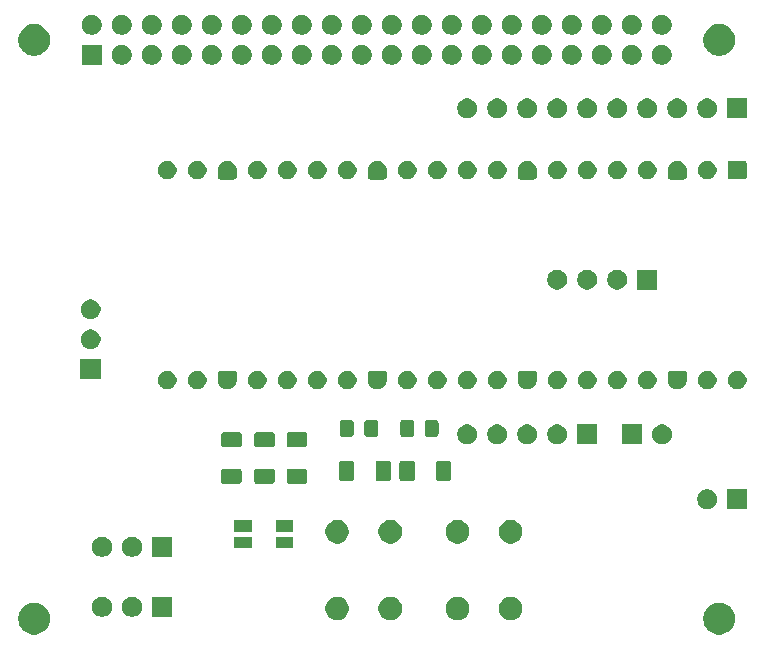
<source format=gts>
G04 #@! TF.GenerationSoftware,KiCad,Pcbnew,9.0.2-1.fc42*
G04 #@! TF.CreationDate,2025-05-23T23:50:24-05:00*
G04 #@! TF.ProjectId,pico_driver,7069636f-5f64-4726-9976-65722e6b6963,rev?*
G04 #@! TF.SameCoordinates,Original*
G04 #@! TF.FileFunction,Soldermask,Top*
G04 #@! TF.FilePolarity,Negative*
%FSLAX46Y46*%
G04 Gerber Fmt 4.6, Leading zero omitted, Abs format (unit mm)*
G04 Created by KiCad (PCBNEW 9.0.2-1.fc42) date 2025-05-23 23:50:24*
%MOMM*%
%LPD*%
G01*
G04 APERTURE LIST*
G04 APERTURE END LIST*
G36*
X103815151Y-95187301D02*
G01*
X104016623Y-95252763D01*
X104205373Y-95348936D01*
X104376755Y-95473452D01*
X104526548Y-95623245D01*
X104651064Y-95794627D01*
X104747237Y-95983377D01*
X104812699Y-96184849D01*
X104845838Y-96394080D01*
X104845838Y-96605920D01*
X104812699Y-96815151D01*
X104747237Y-97016623D01*
X104651064Y-97205373D01*
X104526548Y-97376755D01*
X104376755Y-97526548D01*
X104205373Y-97651064D01*
X104016623Y-97747237D01*
X103815151Y-97812699D01*
X103605920Y-97845838D01*
X103394080Y-97845838D01*
X103184849Y-97812699D01*
X102983377Y-97747237D01*
X102794627Y-97651064D01*
X102623245Y-97526548D01*
X102473452Y-97376755D01*
X102348936Y-97205373D01*
X102252763Y-97016623D01*
X102187301Y-96815151D01*
X102154162Y-96605920D01*
X102154162Y-96394080D01*
X102187301Y-96184849D01*
X102252763Y-95983377D01*
X102348936Y-95794627D01*
X102473452Y-95623245D01*
X102623245Y-95473452D01*
X102794627Y-95348936D01*
X102983377Y-95252763D01*
X103184849Y-95187301D01*
X103394080Y-95154162D01*
X103605920Y-95154162D01*
X103815151Y-95187301D01*
G37*
G36*
X161815151Y-95187301D02*
G01*
X162016623Y-95252763D01*
X162205373Y-95348936D01*
X162376755Y-95473452D01*
X162526548Y-95623245D01*
X162651064Y-95794627D01*
X162747237Y-95983377D01*
X162812699Y-96184849D01*
X162845838Y-96394080D01*
X162845838Y-96605920D01*
X162812699Y-96815151D01*
X162747237Y-97016623D01*
X162651064Y-97205373D01*
X162526548Y-97376755D01*
X162376755Y-97526548D01*
X162205373Y-97651064D01*
X162016623Y-97747237D01*
X161815151Y-97812699D01*
X161605920Y-97845838D01*
X161394080Y-97845838D01*
X161184849Y-97812699D01*
X160983377Y-97747237D01*
X160794627Y-97651064D01*
X160623245Y-97526548D01*
X160473452Y-97376755D01*
X160348936Y-97205373D01*
X160252763Y-97016623D01*
X160187301Y-96815151D01*
X160154162Y-96605920D01*
X160154162Y-96394080D01*
X160187301Y-96184849D01*
X160252763Y-95983377D01*
X160348936Y-95794627D01*
X160473452Y-95623245D01*
X160623245Y-95473452D01*
X160794627Y-95348936D01*
X160983377Y-95252763D01*
X161184849Y-95187301D01*
X161394080Y-95154162D01*
X161605920Y-95154162D01*
X161815151Y-95187301D01*
G37*
G36*
X129440285Y-94693060D02*
G01*
X129621397Y-94768079D01*
X129784393Y-94876990D01*
X129923010Y-95015607D01*
X130031921Y-95178603D01*
X130106940Y-95359715D01*
X130145185Y-95551983D01*
X130145185Y-95748017D01*
X130106940Y-95940285D01*
X130031921Y-96121397D01*
X129923010Y-96284393D01*
X129784393Y-96423010D01*
X129621397Y-96531921D01*
X129440285Y-96606940D01*
X129248017Y-96645185D01*
X129051983Y-96645185D01*
X128859715Y-96606940D01*
X128678603Y-96531921D01*
X128515607Y-96423010D01*
X128376990Y-96284393D01*
X128268079Y-96121397D01*
X128193060Y-95940285D01*
X128154815Y-95748017D01*
X128154815Y-95551983D01*
X128193060Y-95359715D01*
X128268079Y-95178603D01*
X128376990Y-95015607D01*
X128515607Y-94876990D01*
X128678603Y-94768079D01*
X128859715Y-94693060D01*
X129051983Y-94654815D01*
X129248017Y-94654815D01*
X129440285Y-94693060D01*
G37*
G36*
X133940285Y-94693060D02*
G01*
X134121397Y-94768079D01*
X134284393Y-94876990D01*
X134423010Y-95015607D01*
X134531921Y-95178603D01*
X134606940Y-95359715D01*
X134645185Y-95551983D01*
X134645185Y-95748017D01*
X134606940Y-95940285D01*
X134531921Y-96121397D01*
X134423010Y-96284393D01*
X134284393Y-96423010D01*
X134121397Y-96531921D01*
X133940285Y-96606940D01*
X133748017Y-96645185D01*
X133551983Y-96645185D01*
X133359715Y-96606940D01*
X133178603Y-96531921D01*
X133015607Y-96423010D01*
X132876990Y-96284393D01*
X132768079Y-96121397D01*
X132693060Y-95940285D01*
X132654815Y-95748017D01*
X132654815Y-95551983D01*
X132693060Y-95359715D01*
X132768079Y-95178603D01*
X132876990Y-95015607D01*
X133015607Y-94876990D01*
X133178603Y-94768079D01*
X133359715Y-94693060D01*
X133551983Y-94654815D01*
X133748017Y-94654815D01*
X133940285Y-94693060D01*
G37*
G36*
X139640285Y-94693060D02*
G01*
X139821397Y-94768079D01*
X139984393Y-94876990D01*
X140123010Y-95015607D01*
X140231921Y-95178603D01*
X140306940Y-95359715D01*
X140345185Y-95551983D01*
X140345185Y-95748017D01*
X140306940Y-95940285D01*
X140231921Y-96121397D01*
X140123010Y-96284393D01*
X139984393Y-96423010D01*
X139821397Y-96531921D01*
X139640285Y-96606940D01*
X139448017Y-96645185D01*
X139251983Y-96645185D01*
X139059715Y-96606940D01*
X138878603Y-96531921D01*
X138715607Y-96423010D01*
X138576990Y-96284393D01*
X138468079Y-96121397D01*
X138393060Y-95940285D01*
X138354815Y-95748017D01*
X138354815Y-95551983D01*
X138393060Y-95359715D01*
X138468079Y-95178603D01*
X138576990Y-95015607D01*
X138715607Y-94876990D01*
X138878603Y-94768079D01*
X139059715Y-94693060D01*
X139251983Y-94654815D01*
X139448017Y-94654815D01*
X139640285Y-94693060D01*
G37*
G36*
X144140285Y-94693060D02*
G01*
X144321397Y-94768079D01*
X144484393Y-94876990D01*
X144623010Y-95015607D01*
X144731921Y-95178603D01*
X144806940Y-95359715D01*
X144845185Y-95551983D01*
X144845185Y-95748017D01*
X144806940Y-95940285D01*
X144731921Y-96121397D01*
X144623010Y-96284393D01*
X144484393Y-96423010D01*
X144321397Y-96531921D01*
X144140285Y-96606940D01*
X143948017Y-96645185D01*
X143751983Y-96645185D01*
X143559715Y-96606940D01*
X143378603Y-96531921D01*
X143215607Y-96423010D01*
X143076990Y-96284393D01*
X142968079Y-96121397D01*
X142893060Y-95940285D01*
X142854815Y-95748017D01*
X142854815Y-95551983D01*
X142893060Y-95359715D01*
X142968079Y-95178603D01*
X143076990Y-95015607D01*
X143215607Y-94876990D01*
X143378603Y-94768079D01*
X143559715Y-94693060D01*
X143751983Y-94654815D01*
X143948017Y-94654815D01*
X144140285Y-94693060D01*
G37*
G36*
X115170000Y-96350000D02*
G01*
X113470000Y-96350000D01*
X113470000Y-94650000D01*
X115170000Y-94650000D01*
X115170000Y-96350000D01*
G37*
G36*
X109486742Y-94686601D02*
G01*
X109640687Y-94750367D01*
X109779234Y-94842941D01*
X109897059Y-94960766D01*
X109989633Y-95099313D01*
X110053399Y-95253258D01*
X110085907Y-95416685D01*
X110085907Y-95583315D01*
X110053399Y-95746742D01*
X109989633Y-95900687D01*
X109897059Y-96039234D01*
X109779234Y-96157059D01*
X109640687Y-96249633D01*
X109486742Y-96313399D01*
X109323315Y-96345907D01*
X109156685Y-96345907D01*
X108993258Y-96313399D01*
X108839313Y-96249633D01*
X108700766Y-96157059D01*
X108582941Y-96039234D01*
X108490367Y-95900687D01*
X108426601Y-95746742D01*
X108394093Y-95583315D01*
X108394093Y-95416685D01*
X108426601Y-95253258D01*
X108490367Y-95099313D01*
X108582941Y-94960766D01*
X108700766Y-94842941D01*
X108839313Y-94750367D01*
X108993258Y-94686601D01*
X109156685Y-94654093D01*
X109323315Y-94654093D01*
X109486742Y-94686601D01*
G37*
G36*
X112026742Y-94686601D02*
G01*
X112180687Y-94750367D01*
X112319234Y-94842941D01*
X112437059Y-94960766D01*
X112529633Y-95099313D01*
X112593399Y-95253258D01*
X112625907Y-95416685D01*
X112625907Y-95583315D01*
X112593399Y-95746742D01*
X112529633Y-95900687D01*
X112437059Y-96039234D01*
X112319234Y-96157059D01*
X112180687Y-96249633D01*
X112026742Y-96313399D01*
X111863315Y-96345907D01*
X111696685Y-96345907D01*
X111533258Y-96313399D01*
X111379313Y-96249633D01*
X111240766Y-96157059D01*
X111122941Y-96039234D01*
X111030367Y-95900687D01*
X110966601Y-95746742D01*
X110934093Y-95583315D01*
X110934093Y-95416685D01*
X110966601Y-95253258D01*
X111030367Y-95099313D01*
X111122941Y-94960766D01*
X111240766Y-94842941D01*
X111379313Y-94750367D01*
X111533258Y-94686601D01*
X111696685Y-94654093D01*
X111863315Y-94654093D01*
X112026742Y-94686601D01*
G37*
G36*
X115170000Y-91270000D02*
G01*
X113470000Y-91270000D01*
X113470000Y-89570000D01*
X115170000Y-89570000D01*
X115170000Y-91270000D01*
G37*
G36*
X109486742Y-89606601D02*
G01*
X109640687Y-89670367D01*
X109779234Y-89762941D01*
X109897059Y-89880766D01*
X109989633Y-90019313D01*
X110053399Y-90173258D01*
X110085907Y-90336685D01*
X110085907Y-90503315D01*
X110053399Y-90666742D01*
X109989633Y-90820687D01*
X109897059Y-90959234D01*
X109779234Y-91077059D01*
X109640687Y-91169633D01*
X109486742Y-91233399D01*
X109323315Y-91265907D01*
X109156685Y-91265907D01*
X108993258Y-91233399D01*
X108839313Y-91169633D01*
X108700766Y-91077059D01*
X108582941Y-90959234D01*
X108490367Y-90820687D01*
X108426601Y-90666742D01*
X108394093Y-90503315D01*
X108394093Y-90336685D01*
X108426601Y-90173258D01*
X108490367Y-90019313D01*
X108582941Y-89880766D01*
X108700766Y-89762941D01*
X108839313Y-89670367D01*
X108993258Y-89606601D01*
X109156685Y-89574093D01*
X109323315Y-89574093D01*
X109486742Y-89606601D01*
G37*
G36*
X112026742Y-89606601D02*
G01*
X112180687Y-89670367D01*
X112319234Y-89762941D01*
X112437059Y-89880766D01*
X112529633Y-90019313D01*
X112593399Y-90173258D01*
X112625907Y-90336685D01*
X112625907Y-90503315D01*
X112593399Y-90666742D01*
X112529633Y-90820687D01*
X112437059Y-90959234D01*
X112319234Y-91077059D01*
X112180687Y-91169633D01*
X112026742Y-91233399D01*
X111863315Y-91265907D01*
X111696685Y-91265907D01*
X111533258Y-91233399D01*
X111379313Y-91169633D01*
X111240766Y-91077059D01*
X111122941Y-90959234D01*
X111030367Y-90820687D01*
X110966601Y-90666742D01*
X110934093Y-90503315D01*
X110934093Y-90336685D01*
X110966601Y-90173258D01*
X111030367Y-90019313D01*
X111122941Y-89880766D01*
X111240766Y-89762941D01*
X111379313Y-89670367D01*
X111533258Y-89606601D01*
X111696685Y-89574093D01*
X111863315Y-89574093D01*
X112026742Y-89606601D01*
G37*
G36*
X121950000Y-90550000D02*
G01*
X120450000Y-90550000D01*
X120450000Y-89550000D01*
X121950000Y-89550000D01*
X121950000Y-90550000D01*
G37*
G36*
X125450000Y-90550000D02*
G01*
X123950000Y-90550000D01*
X123950000Y-89550000D01*
X125450000Y-89550000D01*
X125450000Y-90550000D01*
G37*
G36*
X129440285Y-88193060D02*
G01*
X129621397Y-88268079D01*
X129784393Y-88376990D01*
X129923010Y-88515607D01*
X130031921Y-88678603D01*
X130106940Y-88859715D01*
X130145185Y-89051983D01*
X130145185Y-89248017D01*
X130106940Y-89440285D01*
X130031921Y-89621397D01*
X129923010Y-89784393D01*
X129784393Y-89923010D01*
X129621397Y-90031921D01*
X129440285Y-90106940D01*
X129248017Y-90145185D01*
X129051983Y-90145185D01*
X128859715Y-90106940D01*
X128678603Y-90031921D01*
X128515607Y-89923010D01*
X128376990Y-89784393D01*
X128268079Y-89621397D01*
X128193060Y-89440285D01*
X128154815Y-89248017D01*
X128154815Y-89051983D01*
X128193060Y-88859715D01*
X128268079Y-88678603D01*
X128376990Y-88515607D01*
X128515607Y-88376990D01*
X128678603Y-88268079D01*
X128859715Y-88193060D01*
X129051983Y-88154815D01*
X129248017Y-88154815D01*
X129440285Y-88193060D01*
G37*
G36*
X133940285Y-88193060D02*
G01*
X134121397Y-88268079D01*
X134284393Y-88376990D01*
X134423010Y-88515607D01*
X134531921Y-88678603D01*
X134606940Y-88859715D01*
X134645185Y-89051983D01*
X134645185Y-89248017D01*
X134606940Y-89440285D01*
X134531921Y-89621397D01*
X134423010Y-89784393D01*
X134284393Y-89923010D01*
X134121397Y-90031921D01*
X133940285Y-90106940D01*
X133748017Y-90145185D01*
X133551983Y-90145185D01*
X133359715Y-90106940D01*
X133178603Y-90031921D01*
X133015607Y-89923010D01*
X132876990Y-89784393D01*
X132768079Y-89621397D01*
X132693060Y-89440285D01*
X132654815Y-89248017D01*
X132654815Y-89051983D01*
X132693060Y-88859715D01*
X132768079Y-88678603D01*
X132876990Y-88515607D01*
X133015607Y-88376990D01*
X133178603Y-88268079D01*
X133359715Y-88193060D01*
X133551983Y-88154815D01*
X133748017Y-88154815D01*
X133940285Y-88193060D01*
G37*
G36*
X139640285Y-88193060D02*
G01*
X139821397Y-88268079D01*
X139984393Y-88376990D01*
X140123010Y-88515607D01*
X140231921Y-88678603D01*
X140306940Y-88859715D01*
X140345185Y-89051983D01*
X140345185Y-89248017D01*
X140306940Y-89440285D01*
X140231921Y-89621397D01*
X140123010Y-89784393D01*
X139984393Y-89923010D01*
X139821397Y-90031921D01*
X139640285Y-90106940D01*
X139448017Y-90145185D01*
X139251983Y-90145185D01*
X139059715Y-90106940D01*
X138878603Y-90031921D01*
X138715607Y-89923010D01*
X138576990Y-89784393D01*
X138468079Y-89621397D01*
X138393060Y-89440285D01*
X138354815Y-89248017D01*
X138354815Y-89051983D01*
X138393060Y-88859715D01*
X138468079Y-88678603D01*
X138576990Y-88515607D01*
X138715607Y-88376990D01*
X138878603Y-88268079D01*
X139059715Y-88193060D01*
X139251983Y-88154815D01*
X139448017Y-88154815D01*
X139640285Y-88193060D01*
G37*
G36*
X144140285Y-88193060D02*
G01*
X144321397Y-88268079D01*
X144484393Y-88376990D01*
X144623010Y-88515607D01*
X144731921Y-88678603D01*
X144806940Y-88859715D01*
X144845185Y-89051983D01*
X144845185Y-89248017D01*
X144806940Y-89440285D01*
X144731921Y-89621397D01*
X144623010Y-89784393D01*
X144484393Y-89923010D01*
X144321397Y-90031921D01*
X144140285Y-90106940D01*
X143948017Y-90145185D01*
X143751983Y-90145185D01*
X143559715Y-90106940D01*
X143378603Y-90031921D01*
X143215607Y-89923010D01*
X143076990Y-89784393D01*
X142968079Y-89621397D01*
X142893060Y-89440285D01*
X142854815Y-89248017D01*
X142854815Y-89051983D01*
X142893060Y-88859715D01*
X142968079Y-88678603D01*
X143076990Y-88515607D01*
X143215607Y-88376990D01*
X143378603Y-88268079D01*
X143559715Y-88193060D01*
X143751983Y-88154815D01*
X143948017Y-88154815D01*
X144140285Y-88193060D01*
G37*
G36*
X121950000Y-89150000D02*
G01*
X120450000Y-89150000D01*
X120450000Y-88150000D01*
X121950000Y-88150000D01*
X121950000Y-89150000D01*
G37*
G36*
X125450000Y-89150000D02*
G01*
X123950000Y-89150000D01*
X123950000Y-88150000D01*
X125450000Y-88150000D01*
X125450000Y-89150000D01*
G37*
G36*
X163870000Y-87250000D02*
G01*
X162170000Y-87250000D01*
X162170000Y-85550000D01*
X163870000Y-85550000D01*
X163870000Y-87250000D01*
G37*
G36*
X160726742Y-85586601D02*
G01*
X160880687Y-85650367D01*
X161019234Y-85742941D01*
X161137059Y-85860766D01*
X161229633Y-85999313D01*
X161293399Y-86153258D01*
X161325907Y-86316685D01*
X161325907Y-86483315D01*
X161293399Y-86646742D01*
X161229633Y-86800687D01*
X161137059Y-86939234D01*
X161019234Y-87057059D01*
X160880687Y-87149633D01*
X160726742Y-87213399D01*
X160563315Y-87245907D01*
X160396685Y-87245907D01*
X160233258Y-87213399D01*
X160079313Y-87149633D01*
X159940766Y-87057059D01*
X159822941Y-86939234D01*
X159730367Y-86800687D01*
X159666601Y-86646742D01*
X159634093Y-86483315D01*
X159634093Y-86316685D01*
X159666601Y-86153258D01*
X159730367Y-85999313D01*
X159822941Y-85860766D01*
X159940766Y-85742941D01*
X160079313Y-85650367D01*
X160233258Y-85586601D01*
X160396685Y-85554093D01*
X160563315Y-85554093D01*
X160726742Y-85586601D01*
G37*
G36*
X120829116Y-83800818D02*
G01*
X120880379Y-83806766D01*
X120897892Y-83814499D01*
X120920671Y-83819030D01*
X120945057Y-83835324D01*
X120965788Y-83844478D01*
X120979946Y-83858636D01*
X121001777Y-83873223D01*
X121016363Y-83895053D01*
X121030521Y-83909211D01*
X121039673Y-83929939D01*
X121055970Y-83954329D01*
X121060501Y-83977109D01*
X121068233Y-83994620D01*
X121074178Y-84045872D01*
X121075000Y-84050000D01*
X121075000Y-84850000D01*
X121074178Y-84854128D01*
X121068233Y-84905379D01*
X121060501Y-84922888D01*
X121055970Y-84945671D01*
X121039672Y-84970062D01*
X121030521Y-84990788D01*
X121016365Y-85004943D01*
X121001777Y-85026777D01*
X120979943Y-85041365D01*
X120965788Y-85055521D01*
X120945062Y-85064672D01*
X120920671Y-85080970D01*
X120897888Y-85085501D01*
X120880379Y-85093233D01*
X120829129Y-85099178D01*
X120825000Y-85100000D01*
X119575000Y-85100000D01*
X119570873Y-85099179D01*
X119519620Y-85093233D01*
X119502109Y-85085501D01*
X119479329Y-85080970D01*
X119454939Y-85064673D01*
X119434211Y-85055521D01*
X119420053Y-85041363D01*
X119398223Y-85026777D01*
X119383636Y-85004946D01*
X119369478Y-84990788D01*
X119360324Y-84970057D01*
X119344030Y-84945671D01*
X119339499Y-84922892D01*
X119331766Y-84905379D01*
X119325818Y-84854117D01*
X119325000Y-84850000D01*
X119325000Y-84050000D01*
X119325818Y-84045885D01*
X119331766Y-83994620D01*
X119339499Y-83977105D01*
X119344030Y-83954329D01*
X119360323Y-83929944D01*
X119369478Y-83909211D01*
X119383638Y-83895050D01*
X119398223Y-83873223D01*
X119420050Y-83858638D01*
X119434211Y-83844478D01*
X119454944Y-83835323D01*
X119479329Y-83819030D01*
X119502105Y-83814499D01*
X119519620Y-83806766D01*
X119570884Y-83800818D01*
X119575000Y-83800000D01*
X120825000Y-83800000D01*
X120829116Y-83800818D01*
G37*
G36*
X123629116Y-83800818D02*
G01*
X123680379Y-83806766D01*
X123697892Y-83814499D01*
X123720671Y-83819030D01*
X123745057Y-83835324D01*
X123765788Y-83844478D01*
X123779946Y-83858636D01*
X123801777Y-83873223D01*
X123816363Y-83895053D01*
X123830521Y-83909211D01*
X123839673Y-83929939D01*
X123855970Y-83954329D01*
X123860501Y-83977109D01*
X123868233Y-83994620D01*
X123874178Y-84045872D01*
X123875000Y-84050000D01*
X123875000Y-84850000D01*
X123874178Y-84854128D01*
X123868233Y-84905379D01*
X123860501Y-84922888D01*
X123855970Y-84945671D01*
X123839672Y-84970062D01*
X123830521Y-84990788D01*
X123816365Y-85004943D01*
X123801777Y-85026777D01*
X123779943Y-85041365D01*
X123765788Y-85055521D01*
X123745062Y-85064672D01*
X123720671Y-85080970D01*
X123697888Y-85085501D01*
X123680379Y-85093233D01*
X123629129Y-85099178D01*
X123625000Y-85100000D01*
X122375000Y-85100000D01*
X122370873Y-85099179D01*
X122319620Y-85093233D01*
X122302109Y-85085501D01*
X122279329Y-85080970D01*
X122254939Y-85064673D01*
X122234211Y-85055521D01*
X122220053Y-85041363D01*
X122198223Y-85026777D01*
X122183636Y-85004946D01*
X122169478Y-84990788D01*
X122160324Y-84970057D01*
X122144030Y-84945671D01*
X122139499Y-84922892D01*
X122131766Y-84905379D01*
X122125818Y-84854117D01*
X122125000Y-84850000D01*
X122125000Y-84050000D01*
X122125818Y-84045885D01*
X122131766Y-83994620D01*
X122139499Y-83977105D01*
X122144030Y-83954329D01*
X122160323Y-83929944D01*
X122169478Y-83909211D01*
X122183638Y-83895050D01*
X122198223Y-83873223D01*
X122220050Y-83858638D01*
X122234211Y-83844478D01*
X122254944Y-83835323D01*
X122279329Y-83819030D01*
X122302105Y-83814499D01*
X122319620Y-83806766D01*
X122370884Y-83800818D01*
X122375000Y-83800000D01*
X123625000Y-83800000D01*
X123629116Y-83800818D01*
G37*
G36*
X126379116Y-83800818D02*
G01*
X126430379Y-83806766D01*
X126447892Y-83814499D01*
X126470671Y-83819030D01*
X126495057Y-83835324D01*
X126515788Y-83844478D01*
X126529946Y-83858636D01*
X126551777Y-83873223D01*
X126566363Y-83895053D01*
X126580521Y-83909211D01*
X126589673Y-83929939D01*
X126605970Y-83954329D01*
X126610501Y-83977109D01*
X126618233Y-83994620D01*
X126624178Y-84045872D01*
X126625000Y-84050000D01*
X126625000Y-84850000D01*
X126624178Y-84854128D01*
X126618233Y-84905379D01*
X126610501Y-84922888D01*
X126605970Y-84945671D01*
X126589672Y-84970062D01*
X126580521Y-84990788D01*
X126566365Y-85004943D01*
X126551777Y-85026777D01*
X126529943Y-85041365D01*
X126515788Y-85055521D01*
X126495062Y-85064672D01*
X126470671Y-85080970D01*
X126447888Y-85085501D01*
X126430379Y-85093233D01*
X126379129Y-85099178D01*
X126375000Y-85100000D01*
X125125000Y-85100000D01*
X125120873Y-85099179D01*
X125069620Y-85093233D01*
X125052109Y-85085501D01*
X125029329Y-85080970D01*
X125004939Y-85064673D01*
X124984211Y-85055521D01*
X124970053Y-85041363D01*
X124948223Y-85026777D01*
X124933636Y-85004946D01*
X124919478Y-84990788D01*
X124910324Y-84970057D01*
X124894030Y-84945671D01*
X124889499Y-84922892D01*
X124881766Y-84905379D01*
X124875818Y-84854117D01*
X124875000Y-84850000D01*
X124875000Y-84050000D01*
X124875818Y-84045885D01*
X124881766Y-83994620D01*
X124889499Y-83977105D01*
X124894030Y-83954329D01*
X124910323Y-83929944D01*
X124919478Y-83909211D01*
X124933638Y-83895050D01*
X124948223Y-83873223D01*
X124970050Y-83858638D01*
X124984211Y-83844478D01*
X125004944Y-83835323D01*
X125029329Y-83819030D01*
X125052105Y-83814499D01*
X125069620Y-83806766D01*
X125120884Y-83800818D01*
X125125000Y-83800000D01*
X126375000Y-83800000D01*
X126379116Y-83800818D01*
G37*
G36*
X130366616Y-83125818D02*
G01*
X130417879Y-83131766D01*
X130435392Y-83139499D01*
X130458171Y-83144030D01*
X130482557Y-83160324D01*
X130503288Y-83169478D01*
X130517446Y-83183636D01*
X130539277Y-83198223D01*
X130553863Y-83220053D01*
X130568021Y-83234211D01*
X130577173Y-83254939D01*
X130593470Y-83279329D01*
X130598001Y-83302109D01*
X130605733Y-83319620D01*
X130611678Y-83370872D01*
X130612500Y-83375000D01*
X130612500Y-84625000D01*
X130611678Y-84629128D01*
X130605733Y-84680379D01*
X130598001Y-84697888D01*
X130593470Y-84720671D01*
X130577172Y-84745062D01*
X130568021Y-84765788D01*
X130553865Y-84779943D01*
X130539277Y-84801777D01*
X130517443Y-84816365D01*
X130503288Y-84830521D01*
X130482562Y-84839672D01*
X130458171Y-84855970D01*
X130435388Y-84860501D01*
X130417879Y-84868233D01*
X130366629Y-84874178D01*
X130362500Y-84875000D01*
X129562500Y-84875000D01*
X129558373Y-84874179D01*
X129507120Y-84868233D01*
X129489609Y-84860501D01*
X129466829Y-84855970D01*
X129442439Y-84839673D01*
X129421711Y-84830521D01*
X129407553Y-84816363D01*
X129385723Y-84801777D01*
X129371136Y-84779946D01*
X129356978Y-84765788D01*
X129347824Y-84745057D01*
X129331530Y-84720671D01*
X129326999Y-84697892D01*
X129319266Y-84680379D01*
X129313318Y-84629117D01*
X129312500Y-84625000D01*
X129312500Y-83375000D01*
X129313318Y-83370885D01*
X129319266Y-83319620D01*
X129326999Y-83302105D01*
X129331530Y-83279329D01*
X129347823Y-83254944D01*
X129356978Y-83234211D01*
X129371138Y-83220050D01*
X129385723Y-83198223D01*
X129407550Y-83183638D01*
X129421711Y-83169478D01*
X129442444Y-83160323D01*
X129466829Y-83144030D01*
X129489605Y-83139499D01*
X129507120Y-83131766D01*
X129558384Y-83125818D01*
X129562500Y-83125000D01*
X130362500Y-83125000D01*
X130366616Y-83125818D01*
G37*
G36*
X133466616Y-83125818D02*
G01*
X133517879Y-83131766D01*
X133535392Y-83139499D01*
X133558171Y-83144030D01*
X133582557Y-83160324D01*
X133603288Y-83169478D01*
X133617446Y-83183636D01*
X133639277Y-83198223D01*
X133653863Y-83220053D01*
X133668021Y-83234211D01*
X133677173Y-83254939D01*
X133693470Y-83279329D01*
X133698001Y-83302109D01*
X133705733Y-83319620D01*
X133711678Y-83370872D01*
X133712500Y-83375000D01*
X133712500Y-84625000D01*
X133711678Y-84629128D01*
X133705733Y-84680379D01*
X133698001Y-84697888D01*
X133693470Y-84720671D01*
X133677172Y-84745062D01*
X133668021Y-84765788D01*
X133653865Y-84779943D01*
X133639277Y-84801777D01*
X133617443Y-84816365D01*
X133603288Y-84830521D01*
X133582562Y-84839672D01*
X133558171Y-84855970D01*
X133535388Y-84860501D01*
X133517879Y-84868233D01*
X133466629Y-84874178D01*
X133462500Y-84875000D01*
X132662500Y-84875000D01*
X132658373Y-84874179D01*
X132607120Y-84868233D01*
X132589609Y-84860501D01*
X132566829Y-84855970D01*
X132542439Y-84839673D01*
X132521711Y-84830521D01*
X132507553Y-84816363D01*
X132485723Y-84801777D01*
X132471136Y-84779946D01*
X132456978Y-84765788D01*
X132447824Y-84745057D01*
X132431530Y-84720671D01*
X132426999Y-84697892D01*
X132419266Y-84680379D01*
X132413318Y-84629117D01*
X132412500Y-84625000D01*
X132412500Y-83375000D01*
X132413318Y-83370885D01*
X132419266Y-83319620D01*
X132426999Y-83302105D01*
X132431530Y-83279329D01*
X132447823Y-83254944D01*
X132456978Y-83234211D01*
X132471138Y-83220050D01*
X132485723Y-83198223D01*
X132507550Y-83183638D01*
X132521711Y-83169478D01*
X132542444Y-83160323D01*
X132566829Y-83144030D01*
X132589605Y-83139499D01*
X132607120Y-83131766D01*
X132658384Y-83125818D01*
X132662500Y-83125000D01*
X133462500Y-83125000D01*
X133466616Y-83125818D01*
G37*
G36*
X135479116Y-83125818D02*
G01*
X135530379Y-83131766D01*
X135547892Y-83139499D01*
X135570671Y-83144030D01*
X135595057Y-83160324D01*
X135615788Y-83169478D01*
X135629946Y-83183636D01*
X135651777Y-83198223D01*
X135666363Y-83220053D01*
X135680521Y-83234211D01*
X135689673Y-83254939D01*
X135705970Y-83279329D01*
X135710501Y-83302109D01*
X135718233Y-83319620D01*
X135724178Y-83370872D01*
X135725000Y-83375000D01*
X135725000Y-84625000D01*
X135724178Y-84629128D01*
X135718233Y-84680379D01*
X135710501Y-84697888D01*
X135705970Y-84720671D01*
X135689672Y-84745062D01*
X135680521Y-84765788D01*
X135666365Y-84779943D01*
X135651777Y-84801777D01*
X135629943Y-84816365D01*
X135615788Y-84830521D01*
X135595062Y-84839672D01*
X135570671Y-84855970D01*
X135547888Y-84860501D01*
X135530379Y-84868233D01*
X135479129Y-84874178D01*
X135475000Y-84875000D01*
X134675000Y-84875000D01*
X134670873Y-84874179D01*
X134619620Y-84868233D01*
X134602109Y-84860501D01*
X134579329Y-84855970D01*
X134554939Y-84839673D01*
X134534211Y-84830521D01*
X134520053Y-84816363D01*
X134498223Y-84801777D01*
X134483636Y-84779946D01*
X134469478Y-84765788D01*
X134460324Y-84745057D01*
X134444030Y-84720671D01*
X134439499Y-84697892D01*
X134431766Y-84680379D01*
X134425818Y-84629117D01*
X134425000Y-84625000D01*
X134425000Y-83375000D01*
X134425818Y-83370885D01*
X134431766Y-83319620D01*
X134439499Y-83302105D01*
X134444030Y-83279329D01*
X134460323Y-83254944D01*
X134469478Y-83234211D01*
X134483638Y-83220050D01*
X134498223Y-83198223D01*
X134520050Y-83183638D01*
X134534211Y-83169478D01*
X134554944Y-83160323D01*
X134579329Y-83144030D01*
X134602105Y-83139499D01*
X134619620Y-83131766D01*
X134670884Y-83125818D01*
X134675000Y-83125000D01*
X135475000Y-83125000D01*
X135479116Y-83125818D01*
G37*
G36*
X138579116Y-83125818D02*
G01*
X138630379Y-83131766D01*
X138647892Y-83139499D01*
X138670671Y-83144030D01*
X138695057Y-83160324D01*
X138715788Y-83169478D01*
X138729946Y-83183636D01*
X138751777Y-83198223D01*
X138766363Y-83220053D01*
X138780521Y-83234211D01*
X138789673Y-83254939D01*
X138805970Y-83279329D01*
X138810501Y-83302109D01*
X138818233Y-83319620D01*
X138824178Y-83370872D01*
X138825000Y-83375000D01*
X138825000Y-84625000D01*
X138824178Y-84629128D01*
X138818233Y-84680379D01*
X138810501Y-84697888D01*
X138805970Y-84720671D01*
X138789672Y-84745062D01*
X138780521Y-84765788D01*
X138766365Y-84779943D01*
X138751777Y-84801777D01*
X138729943Y-84816365D01*
X138715788Y-84830521D01*
X138695062Y-84839672D01*
X138670671Y-84855970D01*
X138647888Y-84860501D01*
X138630379Y-84868233D01*
X138579129Y-84874178D01*
X138575000Y-84875000D01*
X137775000Y-84875000D01*
X137770873Y-84874179D01*
X137719620Y-84868233D01*
X137702109Y-84860501D01*
X137679329Y-84855970D01*
X137654939Y-84839673D01*
X137634211Y-84830521D01*
X137620053Y-84816363D01*
X137598223Y-84801777D01*
X137583636Y-84779946D01*
X137569478Y-84765788D01*
X137560324Y-84745057D01*
X137544030Y-84720671D01*
X137539499Y-84697892D01*
X137531766Y-84680379D01*
X137525818Y-84629117D01*
X137525000Y-84625000D01*
X137525000Y-83375000D01*
X137525818Y-83370885D01*
X137531766Y-83319620D01*
X137539499Y-83302105D01*
X137544030Y-83279329D01*
X137560323Y-83254944D01*
X137569478Y-83234211D01*
X137583638Y-83220050D01*
X137598223Y-83198223D01*
X137620050Y-83183638D01*
X137634211Y-83169478D01*
X137654944Y-83160323D01*
X137679329Y-83144030D01*
X137702105Y-83139499D01*
X137719620Y-83131766D01*
X137770884Y-83125818D01*
X137775000Y-83125000D01*
X138575000Y-83125000D01*
X138579116Y-83125818D01*
G37*
G36*
X120829116Y-80700818D02*
G01*
X120880379Y-80706766D01*
X120897892Y-80714499D01*
X120920671Y-80719030D01*
X120945057Y-80735324D01*
X120965788Y-80744478D01*
X120979946Y-80758636D01*
X121001777Y-80773223D01*
X121016363Y-80795053D01*
X121030521Y-80809211D01*
X121039673Y-80829939D01*
X121055970Y-80854329D01*
X121060501Y-80877109D01*
X121068233Y-80894620D01*
X121074178Y-80945872D01*
X121075000Y-80950000D01*
X121075000Y-81750000D01*
X121074178Y-81754128D01*
X121068233Y-81805379D01*
X121060501Y-81822888D01*
X121055970Y-81845671D01*
X121039672Y-81870062D01*
X121030521Y-81890788D01*
X121016365Y-81904943D01*
X121001777Y-81926777D01*
X120979943Y-81941365D01*
X120965788Y-81955521D01*
X120945062Y-81964672D01*
X120920671Y-81980970D01*
X120897888Y-81985501D01*
X120880379Y-81993233D01*
X120829129Y-81999178D01*
X120825000Y-82000000D01*
X119575000Y-82000000D01*
X119570873Y-81999179D01*
X119519620Y-81993233D01*
X119502109Y-81985501D01*
X119479329Y-81980970D01*
X119454939Y-81964673D01*
X119434211Y-81955521D01*
X119420053Y-81941363D01*
X119398223Y-81926777D01*
X119383636Y-81904946D01*
X119369478Y-81890788D01*
X119360324Y-81870057D01*
X119344030Y-81845671D01*
X119339499Y-81822892D01*
X119331766Y-81805379D01*
X119325818Y-81754117D01*
X119325000Y-81750000D01*
X119325000Y-80950000D01*
X119325818Y-80945885D01*
X119331766Y-80894620D01*
X119339499Y-80877105D01*
X119344030Y-80854329D01*
X119360323Y-80829944D01*
X119369478Y-80809211D01*
X119383638Y-80795050D01*
X119398223Y-80773223D01*
X119420050Y-80758638D01*
X119434211Y-80744478D01*
X119454944Y-80735323D01*
X119479329Y-80719030D01*
X119502105Y-80714499D01*
X119519620Y-80706766D01*
X119570884Y-80700818D01*
X119575000Y-80700000D01*
X120825000Y-80700000D01*
X120829116Y-80700818D01*
G37*
G36*
X123629116Y-80700818D02*
G01*
X123680379Y-80706766D01*
X123697892Y-80714499D01*
X123720671Y-80719030D01*
X123745057Y-80735324D01*
X123765788Y-80744478D01*
X123779946Y-80758636D01*
X123801777Y-80773223D01*
X123816363Y-80795053D01*
X123830521Y-80809211D01*
X123839673Y-80829939D01*
X123855970Y-80854329D01*
X123860501Y-80877109D01*
X123868233Y-80894620D01*
X123874178Y-80945872D01*
X123875000Y-80950000D01*
X123875000Y-81750000D01*
X123874178Y-81754128D01*
X123868233Y-81805379D01*
X123860501Y-81822888D01*
X123855970Y-81845671D01*
X123839672Y-81870062D01*
X123830521Y-81890788D01*
X123816365Y-81904943D01*
X123801777Y-81926777D01*
X123779943Y-81941365D01*
X123765788Y-81955521D01*
X123745062Y-81964672D01*
X123720671Y-81980970D01*
X123697888Y-81985501D01*
X123680379Y-81993233D01*
X123629129Y-81999178D01*
X123625000Y-82000000D01*
X122375000Y-82000000D01*
X122370873Y-81999179D01*
X122319620Y-81993233D01*
X122302109Y-81985501D01*
X122279329Y-81980970D01*
X122254939Y-81964673D01*
X122234211Y-81955521D01*
X122220053Y-81941363D01*
X122198223Y-81926777D01*
X122183636Y-81904946D01*
X122169478Y-81890788D01*
X122160324Y-81870057D01*
X122144030Y-81845671D01*
X122139499Y-81822892D01*
X122131766Y-81805379D01*
X122125818Y-81754117D01*
X122125000Y-81750000D01*
X122125000Y-80950000D01*
X122125818Y-80945885D01*
X122131766Y-80894620D01*
X122139499Y-80877105D01*
X122144030Y-80854329D01*
X122160323Y-80829944D01*
X122169478Y-80809211D01*
X122183638Y-80795050D01*
X122198223Y-80773223D01*
X122220050Y-80758638D01*
X122234211Y-80744478D01*
X122254944Y-80735323D01*
X122279329Y-80719030D01*
X122302105Y-80714499D01*
X122319620Y-80706766D01*
X122370884Y-80700818D01*
X122375000Y-80700000D01*
X123625000Y-80700000D01*
X123629116Y-80700818D01*
G37*
G36*
X126379116Y-80700818D02*
G01*
X126430379Y-80706766D01*
X126447892Y-80714499D01*
X126470671Y-80719030D01*
X126495057Y-80735324D01*
X126515788Y-80744478D01*
X126529946Y-80758636D01*
X126551777Y-80773223D01*
X126566363Y-80795053D01*
X126580521Y-80809211D01*
X126589673Y-80829939D01*
X126605970Y-80854329D01*
X126610501Y-80877109D01*
X126618233Y-80894620D01*
X126624178Y-80945872D01*
X126625000Y-80950000D01*
X126625000Y-81750000D01*
X126624178Y-81754128D01*
X126618233Y-81805379D01*
X126610501Y-81822888D01*
X126605970Y-81845671D01*
X126589672Y-81870062D01*
X126580521Y-81890788D01*
X126566365Y-81904943D01*
X126551777Y-81926777D01*
X126529943Y-81941365D01*
X126515788Y-81955521D01*
X126495062Y-81964672D01*
X126470671Y-81980970D01*
X126447888Y-81985501D01*
X126430379Y-81993233D01*
X126379129Y-81999178D01*
X126375000Y-82000000D01*
X125125000Y-82000000D01*
X125120873Y-81999179D01*
X125069620Y-81993233D01*
X125052109Y-81985501D01*
X125029329Y-81980970D01*
X125004939Y-81964673D01*
X124984211Y-81955521D01*
X124970053Y-81941363D01*
X124948223Y-81926777D01*
X124933636Y-81904946D01*
X124919478Y-81890788D01*
X124910324Y-81870057D01*
X124894030Y-81845671D01*
X124889499Y-81822892D01*
X124881766Y-81805379D01*
X124875818Y-81754117D01*
X124875000Y-81750000D01*
X124875000Y-80950000D01*
X124875818Y-80945885D01*
X124881766Y-80894620D01*
X124889499Y-80877105D01*
X124894030Y-80854329D01*
X124910323Y-80829944D01*
X124919478Y-80809211D01*
X124933638Y-80795050D01*
X124948223Y-80773223D01*
X124970050Y-80758638D01*
X124984211Y-80744478D01*
X125004944Y-80735323D01*
X125029329Y-80719030D01*
X125052105Y-80714499D01*
X125069620Y-80706766D01*
X125120884Y-80700818D01*
X125125000Y-80700000D01*
X126375000Y-80700000D01*
X126379116Y-80700818D01*
G37*
G36*
X151170000Y-81750000D02*
G01*
X149470000Y-81750000D01*
X149470000Y-80050000D01*
X151170000Y-80050000D01*
X151170000Y-81750000D01*
G37*
G36*
X154975000Y-81750000D02*
G01*
X153275000Y-81750000D01*
X153275000Y-80050000D01*
X154975000Y-80050000D01*
X154975000Y-81750000D01*
G37*
G36*
X140406742Y-80086601D02*
G01*
X140560687Y-80150367D01*
X140699234Y-80242941D01*
X140817059Y-80360766D01*
X140909633Y-80499313D01*
X140973399Y-80653258D01*
X141005907Y-80816685D01*
X141005907Y-80983315D01*
X140973399Y-81146742D01*
X140909633Y-81300687D01*
X140817059Y-81439234D01*
X140699234Y-81557059D01*
X140560687Y-81649633D01*
X140406742Y-81713399D01*
X140243315Y-81745907D01*
X140076685Y-81745907D01*
X139913258Y-81713399D01*
X139759313Y-81649633D01*
X139620766Y-81557059D01*
X139502941Y-81439234D01*
X139410367Y-81300687D01*
X139346601Y-81146742D01*
X139314093Y-80983315D01*
X139314093Y-80816685D01*
X139346601Y-80653258D01*
X139410367Y-80499313D01*
X139502941Y-80360766D01*
X139620766Y-80242941D01*
X139759313Y-80150367D01*
X139913258Y-80086601D01*
X140076685Y-80054093D01*
X140243315Y-80054093D01*
X140406742Y-80086601D01*
G37*
G36*
X142946742Y-80086601D02*
G01*
X143100687Y-80150367D01*
X143239234Y-80242941D01*
X143357059Y-80360766D01*
X143449633Y-80499313D01*
X143513399Y-80653258D01*
X143545907Y-80816685D01*
X143545907Y-80983315D01*
X143513399Y-81146742D01*
X143449633Y-81300687D01*
X143357059Y-81439234D01*
X143239234Y-81557059D01*
X143100687Y-81649633D01*
X142946742Y-81713399D01*
X142783315Y-81745907D01*
X142616685Y-81745907D01*
X142453258Y-81713399D01*
X142299313Y-81649633D01*
X142160766Y-81557059D01*
X142042941Y-81439234D01*
X141950367Y-81300687D01*
X141886601Y-81146742D01*
X141854093Y-80983315D01*
X141854093Y-80816685D01*
X141886601Y-80653258D01*
X141950367Y-80499313D01*
X142042941Y-80360766D01*
X142160766Y-80242941D01*
X142299313Y-80150367D01*
X142453258Y-80086601D01*
X142616685Y-80054093D01*
X142783315Y-80054093D01*
X142946742Y-80086601D01*
G37*
G36*
X145486742Y-80086601D02*
G01*
X145640687Y-80150367D01*
X145779234Y-80242941D01*
X145897059Y-80360766D01*
X145989633Y-80499313D01*
X146053399Y-80653258D01*
X146085907Y-80816685D01*
X146085907Y-80983315D01*
X146053399Y-81146742D01*
X145989633Y-81300687D01*
X145897059Y-81439234D01*
X145779234Y-81557059D01*
X145640687Y-81649633D01*
X145486742Y-81713399D01*
X145323315Y-81745907D01*
X145156685Y-81745907D01*
X144993258Y-81713399D01*
X144839313Y-81649633D01*
X144700766Y-81557059D01*
X144582941Y-81439234D01*
X144490367Y-81300687D01*
X144426601Y-81146742D01*
X144394093Y-80983315D01*
X144394093Y-80816685D01*
X144426601Y-80653258D01*
X144490367Y-80499313D01*
X144582941Y-80360766D01*
X144700766Y-80242941D01*
X144839313Y-80150367D01*
X144993258Y-80086601D01*
X145156685Y-80054093D01*
X145323315Y-80054093D01*
X145486742Y-80086601D01*
G37*
G36*
X148026742Y-80086601D02*
G01*
X148180687Y-80150367D01*
X148319234Y-80242941D01*
X148437059Y-80360766D01*
X148529633Y-80499313D01*
X148593399Y-80653258D01*
X148625907Y-80816685D01*
X148625907Y-80983315D01*
X148593399Y-81146742D01*
X148529633Y-81300687D01*
X148437059Y-81439234D01*
X148319234Y-81557059D01*
X148180687Y-81649633D01*
X148026742Y-81713399D01*
X147863315Y-81745907D01*
X147696685Y-81745907D01*
X147533258Y-81713399D01*
X147379313Y-81649633D01*
X147240766Y-81557059D01*
X147122941Y-81439234D01*
X147030367Y-81300687D01*
X146966601Y-81146742D01*
X146934093Y-80983315D01*
X146934093Y-80816685D01*
X146966601Y-80653258D01*
X147030367Y-80499313D01*
X147122941Y-80360766D01*
X147240766Y-80242941D01*
X147379313Y-80150367D01*
X147533258Y-80086601D01*
X147696685Y-80054093D01*
X147863315Y-80054093D01*
X148026742Y-80086601D01*
G37*
G36*
X156911742Y-80086601D02*
G01*
X157065687Y-80150367D01*
X157204234Y-80242941D01*
X157322059Y-80360766D01*
X157414633Y-80499313D01*
X157478399Y-80653258D01*
X157510907Y-80816685D01*
X157510907Y-80983315D01*
X157478399Y-81146742D01*
X157414633Y-81300687D01*
X157322059Y-81439234D01*
X157204234Y-81557059D01*
X157065687Y-81649633D01*
X156911742Y-81713399D01*
X156748315Y-81745907D01*
X156581685Y-81745907D01*
X156418258Y-81713399D01*
X156264313Y-81649633D01*
X156125766Y-81557059D01*
X156007941Y-81439234D01*
X155915367Y-81300687D01*
X155851601Y-81146742D01*
X155819093Y-80983315D01*
X155819093Y-80816685D01*
X155851601Y-80653258D01*
X155915367Y-80499313D01*
X156007941Y-80360766D01*
X156125766Y-80242941D01*
X156264313Y-80150367D01*
X156418258Y-80086601D01*
X156581685Y-80054093D01*
X156748315Y-80054093D01*
X156911742Y-80086601D01*
G37*
G36*
X130304116Y-79675818D02*
G01*
X130355379Y-79681766D01*
X130372892Y-79689499D01*
X130395671Y-79694030D01*
X130420057Y-79710324D01*
X130440788Y-79719478D01*
X130454946Y-79733636D01*
X130476777Y-79748223D01*
X130491363Y-79770053D01*
X130505521Y-79784211D01*
X130514673Y-79804939D01*
X130530970Y-79829329D01*
X130535501Y-79852109D01*
X130543233Y-79869620D01*
X130549178Y-79920872D01*
X130550000Y-79925000D01*
X130550000Y-80875000D01*
X130549178Y-80879128D01*
X130543233Y-80930379D01*
X130535501Y-80947888D01*
X130530970Y-80970671D01*
X130514672Y-80995062D01*
X130505521Y-81015788D01*
X130491365Y-81029943D01*
X130476777Y-81051777D01*
X130454943Y-81066365D01*
X130440788Y-81080521D01*
X130420062Y-81089672D01*
X130395671Y-81105970D01*
X130372888Y-81110501D01*
X130355379Y-81118233D01*
X130304129Y-81124178D01*
X130300000Y-81125000D01*
X129625000Y-81125000D01*
X129620873Y-81124179D01*
X129569620Y-81118233D01*
X129552109Y-81110501D01*
X129529329Y-81105970D01*
X129504939Y-81089673D01*
X129484211Y-81080521D01*
X129470053Y-81066363D01*
X129448223Y-81051777D01*
X129433636Y-81029946D01*
X129419478Y-81015788D01*
X129410324Y-80995057D01*
X129394030Y-80970671D01*
X129389499Y-80947892D01*
X129381766Y-80930379D01*
X129375818Y-80879117D01*
X129375000Y-80875000D01*
X129375000Y-79925000D01*
X129375818Y-79920885D01*
X129381766Y-79869620D01*
X129389499Y-79852105D01*
X129394030Y-79829329D01*
X129410323Y-79804944D01*
X129419478Y-79784211D01*
X129433638Y-79770050D01*
X129448223Y-79748223D01*
X129470050Y-79733638D01*
X129484211Y-79719478D01*
X129504944Y-79710323D01*
X129529329Y-79694030D01*
X129552105Y-79689499D01*
X129569620Y-79681766D01*
X129620884Y-79675818D01*
X129625000Y-79675000D01*
X130300000Y-79675000D01*
X130304116Y-79675818D01*
G37*
G36*
X132379116Y-79675818D02*
G01*
X132430379Y-79681766D01*
X132447892Y-79689499D01*
X132470671Y-79694030D01*
X132495057Y-79710324D01*
X132515788Y-79719478D01*
X132529946Y-79733636D01*
X132551777Y-79748223D01*
X132566363Y-79770053D01*
X132580521Y-79784211D01*
X132589673Y-79804939D01*
X132605970Y-79829329D01*
X132610501Y-79852109D01*
X132618233Y-79869620D01*
X132624178Y-79920872D01*
X132625000Y-79925000D01*
X132625000Y-80875000D01*
X132624178Y-80879128D01*
X132618233Y-80930379D01*
X132610501Y-80947888D01*
X132605970Y-80970671D01*
X132589672Y-80995062D01*
X132580521Y-81015788D01*
X132566365Y-81029943D01*
X132551777Y-81051777D01*
X132529943Y-81066365D01*
X132515788Y-81080521D01*
X132495062Y-81089672D01*
X132470671Y-81105970D01*
X132447888Y-81110501D01*
X132430379Y-81118233D01*
X132379129Y-81124178D01*
X132375000Y-81125000D01*
X131700000Y-81125000D01*
X131695873Y-81124179D01*
X131644620Y-81118233D01*
X131627109Y-81110501D01*
X131604329Y-81105970D01*
X131579939Y-81089673D01*
X131559211Y-81080521D01*
X131545053Y-81066363D01*
X131523223Y-81051777D01*
X131508636Y-81029946D01*
X131494478Y-81015788D01*
X131485324Y-80995057D01*
X131469030Y-80970671D01*
X131464499Y-80947892D01*
X131456766Y-80930379D01*
X131450818Y-80879117D01*
X131450000Y-80875000D01*
X131450000Y-79925000D01*
X131450818Y-79920885D01*
X131456766Y-79869620D01*
X131464499Y-79852105D01*
X131469030Y-79829329D01*
X131485323Y-79804944D01*
X131494478Y-79784211D01*
X131508638Y-79770050D01*
X131523223Y-79748223D01*
X131545050Y-79733638D01*
X131559211Y-79719478D01*
X131579944Y-79710323D01*
X131604329Y-79694030D01*
X131627105Y-79689499D01*
X131644620Y-79681766D01*
X131695884Y-79675818D01*
X131700000Y-79675000D01*
X132375000Y-79675000D01*
X132379116Y-79675818D01*
G37*
G36*
X135416616Y-79675818D02*
G01*
X135467879Y-79681766D01*
X135485392Y-79689499D01*
X135508171Y-79694030D01*
X135532557Y-79710324D01*
X135553288Y-79719478D01*
X135567446Y-79733636D01*
X135589277Y-79748223D01*
X135603863Y-79770053D01*
X135618021Y-79784211D01*
X135627173Y-79804939D01*
X135643470Y-79829329D01*
X135648001Y-79852109D01*
X135655733Y-79869620D01*
X135661678Y-79920872D01*
X135662500Y-79925000D01*
X135662500Y-80875000D01*
X135661678Y-80879128D01*
X135655733Y-80930379D01*
X135648001Y-80947888D01*
X135643470Y-80970671D01*
X135627172Y-80995062D01*
X135618021Y-81015788D01*
X135603865Y-81029943D01*
X135589277Y-81051777D01*
X135567443Y-81066365D01*
X135553288Y-81080521D01*
X135532562Y-81089672D01*
X135508171Y-81105970D01*
X135485388Y-81110501D01*
X135467879Y-81118233D01*
X135416629Y-81124178D01*
X135412500Y-81125000D01*
X134737500Y-81125000D01*
X134733373Y-81124179D01*
X134682120Y-81118233D01*
X134664609Y-81110501D01*
X134641829Y-81105970D01*
X134617439Y-81089673D01*
X134596711Y-81080521D01*
X134582553Y-81066363D01*
X134560723Y-81051777D01*
X134546136Y-81029946D01*
X134531978Y-81015788D01*
X134522824Y-80995057D01*
X134506530Y-80970671D01*
X134501999Y-80947892D01*
X134494266Y-80930379D01*
X134488318Y-80879117D01*
X134487500Y-80875000D01*
X134487500Y-79925000D01*
X134488318Y-79920885D01*
X134494266Y-79869620D01*
X134501999Y-79852105D01*
X134506530Y-79829329D01*
X134522823Y-79804944D01*
X134531978Y-79784211D01*
X134546138Y-79770050D01*
X134560723Y-79748223D01*
X134582550Y-79733638D01*
X134596711Y-79719478D01*
X134617444Y-79710323D01*
X134641829Y-79694030D01*
X134664605Y-79689499D01*
X134682120Y-79681766D01*
X134733384Y-79675818D01*
X134737500Y-79675000D01*
X135412500Y-79675000D01*
X135416616Y-79675818D01*
G37*
G36*
X137491616Y-79675818D02*
G01*
X137542879Y-79681766D01*
X137560392Y-79689499D01*
X137583171Y-79694030D01*
X137607557Y-79710324D01*
X137628288Y-79719478D01*
X137642446Y-79733636D01*
X137664277Y-79748223D01*
X137678863Y-79770053D01*
X137693021Y-79784211D01*
X137702173Y-79804939D01*
X137718470Y-79829329D01*
X137723001Y-79852109D01*
X137730733Y-79869620D01*
X137736678Y-79920872D01*
X137737500Y-79925000D01*
X137737500Y-80875000D01*
X137736678Y-80879128D01*
X137730733Y-80930379D01*
X137723001Y-80947888D01*
X137718470Y-80970671D01*
X137702172Y-80995062D01*
X137693021Y-81015788D01*
X137678865Y-81029943D01*
X137664277Y-81051777D01*
X137642443Y-81066365D01*
X137628288Y-81080521D01*
X137607562Y-81089672D01*
X137583171Y-81105970D01*
X137560388Y-81110501D01*
X137542879Y-81118233D01*
X137491629Y-81124178D01*
X137487500Y-81125000D01*
X136812500Y-81125000D01*
X136808373Y-81124179D01*
X136757120Y-81118233D01*
X136739609Y-81110501D01*
X136716829Y-81105970D01*
X136692439Y-81089673D01*
X136671711Y-81080521D01*
X136657553Y-81066363D01*
X136635723Y-81051777D01*
X136621136Y-81029946D01*
X136606978Y-81015788D01*
X136597824Y-80995057D01*
X136581530Y-80970671D01*
X136576999Y-80947892D01*
X136569266Y-80930379D01*
X136563318Y-80879117D01*
X136562500Y-80875000D01*
X136562500Y-79925000D01*
X136563318Y-79920885D01*
X136569266Y-79869620D01*
X136576999Y-79852105D01*
X136581530Y-79829329D01*
X136597823Y-79804944D01*
X136606978Y-79784211D01*
X136621138Y-79770050D01*
X136635723Y-79748223D01*
X136657550Y-79733638D01*
X136671711Y-79719478D01*
X136692444Y-79710323D01*
X136716829Y-79694030D01*
X136739605Y-79689499D01*
X136757120Y-79681766D01*
X136808384Y-79675818D01*
X136812500Y-79675000D01*
X137487500Y-79675000D01*
X137491616Y-79675818D01*
G37*
G36*
X120443536Y-75496464D02*
G01*
X120445915Y-75498843D01*
X120474015Y-75498843D01*
X120479018Y-75498843D01*
X120480931Y-75499224D01*
X120485549Y-75501137D01*
X120485554Y-75501138D01*
X120548404Y-75527171D01*
X120548408Y-75527173D01*
X120553027Y-75529087D01*
X120554650Y-75530170D01*
X120609830Y-75585350D01*
X120610913Y-75586973D01*
X120612826Y-75591592D01*
X120612828Y-75591595D01*
X120614105Y-75594679D01*
X120640776Y-75659069D01*
X120641157Y-75660982D01*
X120641157Y-75694085D01*
X120643536Y-75696464D01*
X120645000Y-75700000D01*
X120645000Y-76300000D01*
X120643536Y-76303536D01*
X120641148Y-76304524D01*
X120641148Y-76378414D01*
X120641052Y-76379389D01*
X120610456Y-76533203D01*
X120610171Y-76534141D01*
X120609217Y-76536443D01*
X120609215Y-76536451D01*
X120551115Y-76676717D01*
X120551110Y-76676724D01*
X120550156Y-76679030D01*
X120549694Y-76679895D01*
X120462565Y-76810293D01*
X120461944Y-76811051D01*
X120351051Y-76921944D01*
X120350293Y-76922565D01*
X120219895Y-77009694D01*
X120219030Y-77010156D01*
X120216724Y-77011110D01*
X120216717Y-77011115D01*
X120076451Y-77069215D01*
X120076443Y-77069217D01*
X120074141Y-77070171D01*
X120073203Y-77070456D01*
X119919389Y-77101052D01*
X119918414Y-77101148D01*
X119915924Y-77101148D01*
X119764076Y-77101148D01*
X119761586Y-77101148D01*
X119760611Y-77101052D01*
X119606797Y-77070456D01*
X119605859Y-77070171D01*
X119603559Y-77069218D01*
X119603548Y-77069215D01*
X119463282Y-77011115D01*
X119463270Y-77011109D01*
X119460970Y-77010156D01*
X119460105Y-77009694D01*
X119424463Y-76985879D01*
X119331785Y-76923954D01*
X119331781Y-76923951D01*
X119329707Y-76922565D01*
X119328949Y-76921944D01*
X119218056Y-76811051D01*
X119217435Y-76810293D01*
X119216049Y-76808219D01*
X119216045Y-76808214D01*
X119131695Y-76681974D01*
X119131694Y-76681972D01*
X119130306Y-76679895D01*
X119129844Y-76679030D01*
X119128892Y-76676732D01*
X119128884Y-76676717D01*
X119070784Y-76536451D01*
X119070778Y-76536434D01*
X119069829Y-76534141D01*
X119069544Y-76533203D01*
X119062927Y-76499942D01*
X119039433Y-76381830D01*
X119039432Y-76381824D01*
X119038948Y-76379389D01*
X119038852Y-76378414D01*
X119038852Y-76304524D01*
X119036464Y-76303536D01*
X119035000Y-76300000D01*
X119035000Y-75700000D01*
X119036464Y-75696464D01*
X119038843Y-75694085D01*
X119038843Y-75660982D01*
X119039224Y-75659069D01*
X119041136Y-75654451D01*
X119041138Y-75654445D01*
X119067171Y-75591595D01*
X119067174Y-75591589D01*
X119069087Y-75586973D01*
X119070170Y-75585350D01*
X119073706Y-75581813D01*
X119073709Y-75581810D01*
X119121810Y-75533709D01*
X119121813Y-75533706D01*
X119125350Y-75530170D01*
X119126973Y-75529087D01*
X119131589Y-75527174D01*
X119131595Y-75527171D01*
X119194445Y-75501138D01*
X119194451Y-75501136D01*
X119199069Y-75499224D01*
X119200982Y-75498843D01*
X119234085Y-75498843D01*
X119236464Y-75496464D01*
X119240000Y-75495000D01*
X120440000Y-75495000D01*
X120443536Y-75496464D01*
G37*
G36*
X133143536Y-75496464D02*
G01*
X133145915Y-75498843D01*
X133174015Y-75498843D01*
X133179018Y-75498843D01*
X133180931Y-75499224D01*
X133185549Y-75501137D01*
X133185554Y-75501138D01*
X133248404Y-75527171D01*
X133248408Y-75527173D01*
X133253027Y-75529087D01*
X133254650Y-75530170D01*
X133309830Y-75585350D01*
X133310913Y-75586973D01*
X133312826Y-75591592D01*
X133312828Y-75591595D01*
X133314105Y-75594679D01*
X133340776Y-75659069D01*
X133341157Y-75660982D01*
X133341157Y-75694085D01*
X133343536Y-75696464D01*
X133345000Y-75700000D01*
X133345000Y-76300000D01*
X133343536Y-76303536D01*
X133341148Y-76304524D01*
X133341148Y-76378414D01*
X133341052Y-76379389D01*
X133310456Y-76533203D01*
X133310171Y-76534141D01*
X133309217Y-76536443D01*
X133309215Y-76536451D01*
X133251115Y-76676717D01*
X133251110Y-76676724D01*
X133250156Y-76679030D01*
X133249694Y-76679895D01*
X133162565Y-76810293D01*
X133161944Y-76811051D01*
X133051051Y-76921944D01*
X133050293Y-76922565D01*
X132919895Y-77009694D01*
X132919030Y-77010156D01*
X132916724Y-77011110D01*
X132916717Y-77011115D01*
X132776451Y-77069215D01*
X132776443Y-77069217D01*
X132774141Y-77070171D01*
X132773203Y-77070456D01*
X132619389Y-77101052D01*
X132618414Y-77101148D01*
X132615924Y-77101148D01*
X132464076Y-77101148D01*
X132461586Y-77101148D01*
X132460611Y-77101052D01*
X132306797Y-77070456D01*
X132305859Y-77070171D01*
X132303559Y-77069218D01*
X132303548Y-77069215D01*
X132163282Y-77011115D01*
X132163270Y-77011109D01*
X132160970Y-77010156D01*
X132160105Y-77009694D01*
X132124463Y-76985879D01*
X132031785Y-76923954D01*
X132031781Y-76923951D01*
X132029707Y-76922565D01*
X132028949Y-76921944D01*
X131918056Y-76811051D01*
X131917435Y-76810293D01*
X131916049Y-76808219D01*
X131916045Y-76808214D01*
X131831695Y-76681974D01*
X131831694Y-76681972D01*
X131830306Y-76679895D01*
X131829844Y-76679030D01*
X131828892Y-76676732D01*
X131828884Y-76676717D01*
X131770784Y-76536451D01*
X131770778Y-76536434D01*
X131769829Y-76534141D01*
X131769544Y-76533203D01*
X131762927Y-76499942D01*
X131739433Y-76381830D01*
X131739432Y-76381824D01*
X131738948Y-76379389D01*
X131738852Y-76378414D01*
X131738852Y-76304524D01*
X131736464Y-76303536D01*
X131735000Y-76300000D01*
X131735000Y-75700000D01*
X131736464Y-75696464D01*
X131738843Y-75694085D01*
X131738843Y-75660982D01*
X131739224Y-75659069D01*
X131741136Y-75654451D01*
X131741138Y-75654445D01*
X131767171Y-75591595D01*
X131767174Y-75591589D01*
X131769087Y-75586973D01*
X131770170Y-75585350D01*
X131773706Y-75581813D01*
X131773709Y-75581810D01*
X131821810Y-75533709D01*
X131821813Y-75533706D01*
X131825350Y-75530170D01*
X131826973Y-75529087D01*
X131831589Y-75527174D01*
X131831595Y-75527171D01*
X131894445Y-75501138D01*
X131894451Y-75501136D01*
X131899069Y-75499224D01*
X131900982Y-75498843D01*
X131934085Y-75498843D01*
X131936464Y-75496464D01*
X131940000Y-75495000D01*
X133140000Y-75495000D01*
X133143536Y-75496464D01*
G37*
G36*
X145843536Y-75496464D02*
G01*
X145845915Y-75498843D01*
X145874015Y-75498843D01*
X145879018Y-75498843D01*
X145880931Y-75499224D01*
X145885549Y-75501137D01*
X145885554Y-75501138D01*
X145948404Y-75527171D01*
X145948408Y-75527173D01*
X145953027Y-75529087D01*
X145954650Y-75530170D01*
X146009830Y-75585350D01*
X146010913Y-75586973D01*
X146012826Y-75591592D01*
X146012828Y-75591595D01*
X146014105Y-75594679D01*
X146040776Y-75659069D01*
X146041157Y-75660982D01*
X146041157Y-75694085D01*
X146043536Y-75696464D01*
X146045000Y-75700000D01*
X146045000Y-76300000D01*
X146043536Y-76303536D01*
X146041148Y-76304524D01*
X146041148Y-76378414D01*
X146041052Y-76379389D01*
X146010456Y-76533203D01*
X146010171Y-76534141D01*
X146009217Y-76536443D01*
X146009215Y-76536451D01*
X145951115Y-76676717D01*
X145951110Y-76676724D01*
X145950156Y-76679030D01*
X145949694Y-76679895D01*
X145862565Y-76810293D01*
X145861944Y-76811051D01*
X145751051Y-76921944D01*
X145750293Y-76922565D01*
X145619895Y-77009694D01*
X145619030Y-77010156D01*
X145616724Y-77011110D01*
X145616717Y-77011115D01*
X145476451Y-77069215D01*
X145476443Y-77069217D01*
X145474141Y-77070171D01*
X145473203Y-77070456D01*
X145319389Y-77101052D01*
X145318414Y-77101148D01*
X145315924Y-77101148D01*
X145164076Y-77101148D01*
X145161586Y-77101148D01*
X145160611Y-77101052D01*
X145006797Y-77070456D01*
X145005859Y-77070171D01*
X145003559Y-77069218D01*
X145003548Y-77069215D01*
X144863282Y-77011115D01*
X144863270Y-77011109D01*
X144860970Y-77010156D01*
X144860105Y-77009694D01*
X144824463Y-76985879D01*
X144731785Y-76923954D01*
X144731781Y-76923951D01*
X144729707Y-76922565D01*
X144728949Y-76921944D01*
X144618056Y-76811051D01*
X144617435Y-76810293D01*
X144616049Y-76808219D01*
X144616045Y-76808214D01*
X144531695Y-76681974D01*
X144531694Y-76681972D01*
X144530306Y-76679895D01*
X144529844Y-76679030D01*
X144528892Y-76676732D01*
X144528884Y-76676717D01*
X144470784Y-76536451D01*
X144470778Y-76536434D01*
X144469829Y-76534141D01*
X144469544Y-76533203D01*
X144462927Y-76499942D01*
X144439433Y-76381830D01*
X144439432Y-76381824D01*
X144438948Y-76379389D01*
X144438852Y-76378414D01*
X144438852Y-76304524D01*
X144436464Y-76303536D01*
X144435000Y-76300000D01*
X144435000Y-75700000D01*
X144436464Y-75696464D01*
X144438843Y-75694085D01*
X144438843Y-75660982D01*
X144439224Y-75659069D01*
X144441136Y-75654451D01*
X144441138Y-75654445D01*
X144467171Y-75591595D01*
X144467174Y-75591589D01*
X144469087Y-75586973D01*
X144470170Y-75585350D01*
X144473706Y-75581813D01*
X144473709Y-75581810D01*
X144521810Y-75533709D01*
X144521813Y-75533706D01*
X144525350Y-75530170D01*
X144526973Y-75529087D01*
X144531589Y-75527174D01*
X144531595Y-75527171D01*
X144594445Y-75501138D01*
X144594451Y-75501136D01*
X144599069Y-75499224D01*
X144600982Y-75498843D01*
X144634085Y-75498843D01*
X144636464Y-75496464D01*
X144640000Y-75495000D01*
X145840000Y-75495000D01*
X145843536Y-75496464D01*
G37*
G36*
X158543536Y-75496464D02*
G01*
X158545915Y-75498843D01*
X158574015Y-75498843D01*
X158579018Y-75498843D01*
X158580931Y-75499224D01*
X158585549Y-75501137D01*
X158585554Y-75501138D01*
X158648404Y-75527171D01*
X158648408Y-75527173D01*
X158653027Y-75529087D01*
X158654650Y-75530170D01*
X158709830Y-75585350D01*
X158710913Y-75586973D01*
X158712826Y-75591592D01*
X158712828Y-75591595D01*
X158714105Y-75594679D01*
X158740776Y-75659069D01*
X158741157Y-75660982D01*
X158741157Y-75694085D01*
X158743536Y-75696464D01*
X158745000Y-75700000D01*
X158745000Y-76300000D01*
X158743536Y-76303536D01*
X158741148Y-76304524D01*
X158741148Y-76378414D01*
X158741052Y-76379389D01*
X158710456Y-76533203D01*
X158710171Y-76534141D01*
X158709217Y-76536443D01*
X158709215Y-76536451D01*
X158651115Y-76676717D01*
X158651110Y-76676724D01*
X158650156Y-76679030D01*
X158649694Y-76679895D01*
X158562565Y-76810293D01*
X158561944Y-76811051D01*
X158451051Y-76921944D01*
X158450293Y-76922565D01*
X158319895Y-77009694D01*
X158319030Y-77010156D01*
X158316724Y-77011110D01*
X158316717Y-77011115D01*
X158176451Y-77069215D01*
X158176443Y-77069217D01*
X158174141Y-77070171D01*
X158173203Y-77070456D01*
X158019389Y-77101052D01*
X158018414Y-77101148D01*
X158015924Y-77101148D01*
X157864076Y-77101148D01*
X157861586Y-77101148D01*
X157860611Y-77101052D01*
X157706797Y-77070456D01*
X157705859Y-77070171D01*
X157703559Y-77069218D01*
X157703548Y-77069215D01*
X157563282Y-77011115D01*
X157563270Y-77011109D01*
X157560970Y-77010156D01*
X157560105Y-77009694D01*
X157524463Y-76985879D01*
X157431785Y-76923954D01*
X157431781Y-76923951D01*
X157429707Y-76922565D01*
X157428949Y-76921944D01*
X157318056Y-76811051D01*
X157317435Y-76810293D01*
X157316049Y-76808219D01*
X157316045Y-76808214D01*
X157231695Y-76681974D01*
X157231694Y-76681972D01*
X157230306Y-76679895D01*
X157229844Y-76679030D01*
X157228892Y-76676732D01*
X157228884Y-76676717D01*
X157170784Y-76536451D01*
X157170778Y-76536434D01*
X157169829Y-76534141D01*
X157169544Y-76533203D01*
X157162927Y-76499942D01*
X157139433Y-76381830D01*
X157139432Y-76381824D01*
X157138948Y-76379389D01*
X157138852Y-76378414D01*
X157138852Y-76304524D01*
X157136464Y-76303536D01*
X157135000Y-76300000D01*
X157135000Y-75700000D01*
X157136464Y-75696464D01*
X157138843Y-75694085D01*
X157138843Y-75660982D01*
X157139224Y-75659069D01*
X157141136Y-75654451D01*
X157141138Y-75654445D01*
X157167171Y-75591595D01*
X157167174Y-75591589D01*
X157169087Y-75586973D01*
X157170170Y-75585350D01*
X157173706Y-75581813D01*
X157173709Y-75581810D01*
X157221810Y-75533709D01*
X157221813Y-75533706D01*
X157225350Y-75530170D01*
X157226973Y-75529087D01*
X157231589Y-75527174D01*
X157231595Y-75527171D01*
X157294445Y-75501138D01*
X157294451Y-75501136D01*
X157299069Y-75499224D01*
X157300982Y-75498843D01*
X157334085Y-75498843D01*
X157336464Y-75496464D01*
X157340000Y-75495000D01*
X158540000Y-75495000D01*
X158543536Y-75496464D01*
G37*
G36*
X114992228Y-75534448D02*
G01*
X115137117Y-75594463D01*
X115267515Y-75681592D01*
X115378408Y-75792485D01*
X115465537Y-75922883D01*
X115525552Y-76067772D01*
X115556148Y-76221586D01*
X115556148Y-76378414D01*
X115525552Y-76532228D01*
X115465537Y-76677117D01*
X115378408Y-76807515D01*
X115267515Y-76918408D01*
X115137117Y-77005537D01*
X114992228Y-77065552D01*
X114838414Y-77096148D01*
X114681586Y-77096148D01*
X114527772Y-77065552D01*
X114382883Y-77005537D01*
X114252485Y-76918408D01*
X114141592Y-76807515D01*
X114054463Y-76677117D01*
X113994448Y-76532228D01*
X113963852Y-76378414D01*
X113963852Y-76221586D01*
X113994448Y-76067772D01*
X114054463Y-75922883D01*
X114141592Y-75792485D01*
X114252485Y-75681592D01*
X114382883Y-75594463D01*
X114527772Y-75534448D01*
X114681586Y-75503852D01*
X114838414Y-75503852D01*
X114992228Y-75534448D01*
G37*
G36*
X117532228Y-75534448D02*
G01*
X117677117Y-75594463D01*
X117807515Y-75681592D01*
X117918408Y-75792485D01*
X118005537Y-75922883D01*
X118065552Y-76067772D01*
X118096148Y-76221586D01*
X118096148Y-76378414D01*
X118065552Y-76532228D01*
X118005537Y-76677117D01*
X117918408Y-76807515D01*
X117807515Y-76918408D01*
X117677117Y-77005537D01*
X117532228Y-77065552D01*
X117378414Y-77096148D01*
X117221586Y-77096148D01*
X117067772Y-77065552D01*
X116922883Y-77005537D01*
X116792485Y-76918408D01*
X116681592Y-76807515D01*
X116594463Y-76677117D01*
X116534448Y-76532228D01*
X116503852Y-76378414D01*
X116503852Y-76221586D01*
X116534448Y-76067772D01*
X116594463Y-75922883D01*
X116681592Y-75792485D01*
X116792485Y-75681592D01*
X116922883Y-75594463D01*
X117067772Y-75534448D01*
X117221586Y-75503852D01*
X117378414Y-75503852D01*
X117532228Y-75534448D01*
G37*
G36*
X122612228Y-75534448D02*
G01*
X122757117Y-75594463D01*
X122887515Y-75681592D01*
X122998408Y-75792485D01*
X123085537Y-75922883D01*
X123145552Y-76067772D01*
X123176148Y-76221586D01*
X123176148Y-76378414D01*
X123145552Y-76532228D01*
X123085537Y-76677117D01*
X122998408Y-76807515D01*
X122887515Y-76918408D01*
X122757117Y-77005537D01*
X122612228Y-77065552D01*
X122458414Y-77096148D01*
X122301586Y-77096148D01*
X122147772Y-77065552D01*
X122002883Y-77005537D01*
X121872485Y-76918408D01*
X121761592Y-76807515D01*
X121674463Y-76677117D01*
X121614448Y-76532228D01*
X121583852Y-76378414D01*
X121583852Y-76221586D01*
X121614448Y-76067772D01*
X121674463Y-75922883D01*
X121761592Y-75792485D01*
X121872485Y-75681592D01*
X122002883Y-75594463D01*
X122147772Y-75534448D01*
X122301586Y-75503852D01*
X122458414Y-75503852D01*
X122612228Y-75534448D01*
G37*
G36*
X125152228Y-75534448D02*
G01*
X125297117Y-75594463D01*
X125427515Y-75681592D01*
X125538408Y-75792485D01*
X125625537Y-75922883D01*
X125685552Y-76067772D01*
X125716148Y-76221586D01*
X125716148Y-76378414D01*
X125685552Y-76532228D01*
X125625537Y-76677117D01*
X125538408Y-76807515D01*
X125427515Y-76918408D01*
X125297117Y-77005537D01*
X125152228Y-77065552D01*
X124998414Y-77096148D01*
X124841586Y-77096148D01*
X124687772Y-77065552D01*
X124542883Y-77005537D01*
X124412485Y-76918408D01*
X124301592Y-76807515D01*
X124214463Y-76677117D01*
X124154448Y-76532228D01*
X124123852Y-76378414D01*
X124123852Y-76221586D01*
X124154448Y-76067772D01*
X124214463Y-75922883D01*
X124301592Y-75792485D01*
X124412485Y-75681592D01*
X124542883Y-75594463D01*
X124687772Y-75534448D01*
X124841586Y-75503852D01*
X124998414Y-75503852D01*
X125152228Y-75534448D01*
G37*
G36*
X127692228Y-75534448D02*
G01*
X127837117Y-75594463D01*
X127967515Y-75681592D01*
X128078408Y-75792485D01*
X128165537Y-75922883D01*
X128225552Y-76067772D01*
X128256148Y-76221586D01*
X128256148Y-76378414D01*
X128225552Y-76532228D01*
X128165537Y-76677117D01*
X128078408Y-76807515D01*
X127967515Y-76918408D01*
X127837117Y-77005537D01*
X127692228Y-77065552D01*
X127538414Y-77096148D01*
X127381586Y-77096148D01*
X127227772Y-77065552D01*
X127082883Y-77005537D01*
X126952485Y-76918408D01*
X126841592Y-76807515D01*
X126754463Y-76677117D01*
X126694448Y-76532228D01*
X126663852Y-76378414D01*
X126663852Y-76221586D01*
X126694448Y-76067772D01*
X126754463Y-75922883D01*
X126841592Y-75792485D01*
X126952485Y-75681592D01*
X127082883Y-75594463D01*
X127227772Y-75534448D01*
X127381586Y-75503852D01*
X127538414Y-75503852D01*
X127692228Y-75534448D01*
G37*
G36*
X130232228Y-75534448D02*
G01*
X130377117Y-75594463D01*
X130507515Y-75681592D01*
X130618408Y-75792485D01*
X130705537Y-75922883D01*
X130765552Y-76067772D01*
X130796148Y-76221586D01*
X130796148Y-76378414D01*
X130765552Y-76532228D01*
X130705537Y-76677117D01*
X130618408Y-76807515D01*
X130507515Y-76918408D01*
X130377117Y-77005537D01*
X130232228Y-77065552D01*
X130078414Y-77096148D01*
X129921586Y-77096148D01*
X129767772Y-77065552D01*
X129622883Y-77005537D01*
X129492485Y-76918408D01*
X129381592Y-76807515D01*
X129294463Y-76677117D01*
X129234448Y-76532228D01*
X129203852Y-76378414D01*
X129203852Y-76221586D01*
X129234448Y-76067772D01*
X129294463Y-75922883D01*
X129381592Y-75792485D01*
X129492485Y-75681592D01*
X129622883Y-75594463D01*
X129767772Y-75534448D01*
X129921586Y-75503852D01*
X130078414Y-75503852D01*
X130232228Y-75534448D01*
G37*
G36*
X135312228Y-75534448D02*
G01*
X135457117Y-75594463D01*
X135587515Y-75681592D01*
X135698408Y-75792485D01*
X135785537Y-75922883D01*
X135845552Y-76067772D01*
X135876148Y-76221586D01*
X135876148Y-76378414D01*
X135845552Y-76532228D01*
X135785537Y-76677117D01*
X135698408Y-76807515D01*
X135587515Y-76918408D01*
X135457117Y-77005537D01*
X135312228Y-77065552D01*
X135158414Y-77096148D01*
X135001586Y-77096148D01*
X134847772Y-77065552D01*
X134702883Y-77005537D01*
X134572485Y-76918408D01*
X134461592Y-76807515D01*
X134374463Y-76677117D01*
X134314448Y-76532228D01*
X134283852Y-76378414D01*
X134283852Y-76221586D01*
X134314448Y-76067772D01*
X134374463Y-75922883D01*
X134461592Y-75792485D01*
X134572485Y-75681592D01*
X134702883Y-75594463D01*
X134847772Y-75534448D01*
X135001586Y-75503852D01*
X135158414Y-75503852D01*
X135312228Y-75534448D01*
G37*
G36*
X137852228Y-75534448D02*
G01*
X137997117Y-75594463D01*
X138127515Y-75681592D01*
X138238408Y-75792485D01*
X138325537Y-75922883D01*
X138385552Y-76067772D01*
X138416148Y-76221586D01*
X138416148Y-76378414D01*
X138385552Y-76532228D01*
X138325537Y-76677117D01*
X138238408Y-76807515D01*
X138127515Y-76918408D01*
X137997117Y-77005537D01*
X137852228Y-77065552D01*
X137698414Y-77096148D01*
X137541586Y-77096148D01*
X137387772Y-77065552D01*
X137242883Y-77005537D01*
X137112485Y-76918408D01*
X137001592Y-76807515D01*
X136914463Y-76677117D01*
X136854448Y-76532228D01*
X136823852Y-76378414D01*
X136823852Y-76221586D01*
X136854448Y-76067772D01*
X136914463Y-75922883D01*
X137001592Y-75792485D01*
X137112485Y-75681592D01*
X137242883Y-75594463D01*
X137387772Y-75534448D01*
X137541586Y-75503852D01*
X137698414Y-75503852D01*
X137852228Y-75534448D01*
G37*
G36*
X140392228Y-75534448D02*
G01*
X140537117Y-75594463D01*
X140667515Y-75681592D01*
X140778408Y-75792485D01*
X140865537Y-75922883D01*
X140925552Y-76067772D01*
X140956148Y-76221586D01*
X140956148Y-76378414D01*
X140925552Y-76532228D01*
X140865537Y-76677117D01*
X140778408Y-76807515D01*
X140667515Y-76918408D01*
X140537117Y-77005537D01*
X140392228Y-77065552D01*
X140238414Y-77096148D01*
X140081586Y-77096148D01*
X139927772Y-77065552D01*
X139782883Y-77005537D01*
X139652485Y-76918408D01*
X139541592Y-76807515D01*
X139454463Y-76677117D01*
X139394448Y-76532228D01*
X139363852Y-76378414D01*
X139363852Y-76221586D01*
X139394448Y-76067772D01*
X139454463Y-75922883D01*
X139541592Y-75792485D01*
X139652485Y-75681592D01*
X139782883Y-75594463D01*
X139927772Y-75534448D01*
X140081586Y-75503852D01*
X140238414Y-75503852D01*
X140392228Y-75534448D01*
G37*
G36*
X142932228Y-75534448D02*
G01*
X143077117Y-75594463D01*
X143207515Y-75681592D01*
X143318408Y-75792485D01*
X143405537Y-75922883D01*
X143465552Y-76067772D01*
X143496148Y-76221586D01*
X143496148Y-76378414D01*
X143465552Y-76532228D01*
X143405537Y-76677117D01*
X143318408Y-76807515D01*
X143207515Y-76918408D01*
X143077117Y-77005537D01*
X142932228Y-77065552D01*
X142778414Y-77096148D01*
X142621586Y-77096148D01*
X142467772Y-77065552D01*
X142322883Y-77005537D01*
X142192485Y-76918408D01*
X142081592Y-76807515D01*
X141994463Y-76677117D01*
X141934448Y-76532228D01*
X141903852Y-76378414D01*
X141903852Y-76221586D01*
X141934448Y-76067772D01*
X141994463Y-75922883D01*
X142081592Y-75792485D01*
X142192485Y-75681592D01*
X142322883Y-75594463D01*
X142467772Y-75534448D01*
X142621586Y-75503852D01*
X142778414Y-75503852D01*
X142932228Y-75534448D01*
G37*
G36*
X148012228Y-75534448D02*
G01*
X148157117Y-75594463D01*
X148287515Y-75681592D01*
X148398408Y-75792485D01*
X148485537Y-75922883D01*
X148545552Y-76067772D01*
X148576148Y-76221586D01*
X148576148Y-76378414D01*
X148545552Y-76532228D01*
X148485537Y-76677117D01*
X148398408Y-76807515D01*
X148287515Y-76918408D01*
X148157117Y-77005537D01*
X148012228Y-77065552D01*
X147858414Y-77096148D01*
X147701586Y-77096148D01*
X147547772Y-77065552D01*
X147402883Y-77005537D01*
X147272485Y-76918408D01*
X147161592Y-76807515D01*
X147074463Y-76677117D01*
X147014448Y-76532228D01*
X146983852Y-76378414D01*
X146983852Y-76221586D01*
X147014448Y-76067772D01*
X147074463Y-75922883D01*
X147161592Y-75792485D01*
X147272485Y-75681592D01*
X147402883Y-75594463D01*
X147547772Y-75534448D01*
X147701586Y-75503852D01*
X147858414Y-75503852D01*
X148012228Y-75534448D01*
G37*
G36*
X150552228Y-75534448D02*
G01*
X150697117Y-75594463D01*
X150827515Y-75681592D01*
X150938408Y-75792485D01*
X151025537Y-75922883D01*
X151085552Y-76067772D01*
X151116148Y-76221586D01*
X151116148Y-76378414D01*
X151085552Y-76532228D01*
X151025537Y-76677117D01*
X150938408Y-76807515D01*
X150827515Y-76918408D01*
X150697117Y-77005537D01*
X150552228Y-77065552D01*
X150398414Y-77096148D01*
X150241586Y-77096148D01*
X150087772Y-77065552D01*
X149942883Y-77005537D01*
X149812485Y-76918408D01*
X149701592Y-76807515D01*
X149614463Y-76677117D01*
X149554448Y-76532228D01*
X149523852Y-76378414D01*
X149523852Y-76221586D01*
X149554448Y-76067772D01*
X149614463Y-75922883D01*
X149701592Y-75792485D01*
X149812485Y-75681592D01*
X149942883Y-75594463D01*
X150087772Y-75534448D01*
X150241586Y-75503852D01*
X150398414Y-75503852D01*
X150552228Y-75534448D01*
G37*
G36*
X153092228Y-75534448D02*
G01*
X153237117Y-75594463D01*
X153367515Y-75681592D01*
X153478408Y-75792485D01*
X153565537Y-75922883D01*
X153625552Y-76067772D01*
X153656148Y-76221586D01*
X153656148Y-76378414D01*
X153625552Y-76532228D01*
X153565537Y-76677117D01*
X153478408Y-76807515D01*
X153367515Y-76918408D01*
X153237117Y-77005537D01*
X153092228Y-77065552D01*
X152938414Y-77096148D01*
X152781586Y-77096148D01*
X152627772Y-77065552D01*
X152482883Y-77005537D01*
X152352485Y-76918408D01*
X152241592Y-76807515D01*
X152154463Y-76677117D01*
X152094448Y-76532228D01*
X152063852Y-76378414D01*
X152063852Y-76221586D01*
X152094448Y-76067772D01*
X152154463Y-75922883D01*
X152241592Y-75792485D01*
X152352485Y-75681592D01*
X152482883Y-75594463D01*
X152627772Y-75534448D01*
X152781586Y-75503852D01*
X152938414Y-75503852D01*
X153092228Y-75534448D01*
G37*
G36*
X155632228Y-75534448D02*
G01*
X155777117Y-75594463D01*
X155907515Y-75681592D01*
X156018408Y-75792485D01*
X156105537Y-75922883D01*
X156165552Y-76067772D01*
X156196148Y-76221586D01*
X156196148Y-76378414D01*
X156165552Y-76532228D01*
X156105537Y-76677117D01*
X156018408Y-76807515D01*
X155907515Y-76918408D01*
X155777117Y-77005537D01*
X155632228Y-77065552D01*
X155478414Y-77096148D01*
X155321586Y-77096148D01*
X155167772Y-77065552D01*
X155022883Y-77005537D01*
X154892485Y-76918408D01*
X154781592Y-76807515D01*
X154694463Y-76677117D01*
X154634448Y-76532228D01*
X154603852Y-76378414D01*
X154603852Y-76221586D01*
X154634448Y-76067772D01*
X154694463Y-75922883D01*
X154781592Y-75792485D01*
X154892485Y-75681592D01*
X155022883Y-75594463D01*
X155167772Y-75534448D01*
X155321586Y-75503852D01*
X155478414Y-75503852D01*
X155632228Y-75534448D01*
G37*
G36*
X160712228Y-75534448D02*
G01*
X160857117Y-75594463D01*
X160987515Y-75681592D01*
X161098408Y-75792485D01*
X161185537Y-75922883D01*
X161245552Y-76067772D01*
X161276148Y-76221586D01*
X161276148Y-76378414D01*
X161245552Y-76532228D01*
X161185537Y-76677117D01*
X161098408Y-76807515D01*
X160987515Y-76918408D01*
X160857117Y-77005537D01*
X160712228Y-77065552D01*
X160558414Y-77096148D01*
X160401586Y-77096148D01*
X160247772Y-77065552D01*
X160102883Y-77005537D01*
X159972485Y-76918408D01*
X159861592Y-76807515D01*
X159774463Y-76677117D01*
X159714448Y-76532228D01*
X159683852Y-76378414D01*
X159683852Y-76221586D01*
X159714448Y-76067772D01*
X159774463Y-75922883D01*
X159861592Y-75792485D01*
X159972485Y-75681592D01*
X160102883Y-75594463D01*
X160247772Y-75534448D01*
X160401586Y-75503852D01*
X160558414Y-75503852D01*
X160712228Y-75534448D01*
G37*
G36*
X163252228Y-75534448D02*
G01*
X163397117Y-75594463D01*
X163527515Y-75681592D01*
X163638408Y-75792485D01*
X163725537Y-75922883D01*
X163785552Y-76067772D01*
X163816148Y-76221586D01*
X163816148Y-76378414D01*
X163785552Y-76532228D01*
X163725537Y-76677117D01*
X163638408Y-76807515D01*
X163527515Y-76918408D01*
X163397117Y-77005537D01*
X163252228Y-77065552D01*
X163098414Y-77096148D01*
X162941586Y-77096148D01*
X162787772Y-77065552D01*
X162642883Y-77005537D01*
X162512485Y-76918408D01*
X162401592Y-76807515D01*
X162314463Y-76677117D01*
X162254448Y-76532228D01*
X162223852Y-76378414D01*
X162223852Y-76221586D01*
X162254448Y-76067772D01*
X162314463Y-75922883D01*
X162401592Y-75792485D01*
X162512485Y-75681592D01*
X162642883Y-75594463D01*
X162787772Y-75534448D01*
X162941586Y-75503852D01*
X163098414Y-75503852D01*
X163252228Y-75534448D01*
G37*
G36*
X109125000Y-76250000D02*
G01*
X107425000Y-76250000D01*
X107425000Y-74550000D01*
X109125000Y-74550000D01*
X109125000Y-76250000D01*
G37*
G36*
X108521742Y-72046601D02*
G01*
X108675687Y-72110367D01*
X108814234Y-72202941D01*
X108932059Y-72320766D01*
X109024633Y-72459313D01*
X109088399Y-72613258D01*
X109120907Y-72776685D01*
X109120907Y-72943315D01*
X109088399Y-73106742D01*
X109024633Y-73260687D01*
X108932059Y-73399234D01*
X108814234Y-73517059D01*
X108675687Y-73609633D01*
X108521742Y-73673399D01*
X108358315Y-73705907D01*
X108191685Y-73705907D01*
X108028258Y-73673399D01*
X107874313Y-73609633D01*
X107735766Y-73517059D01*
X107617941Y-73399234D01*
X107525367Y-73260687D01*
X107461601Y-73106742D01*
X107429093Y-72943315D01*
X107429093Y-72776685D01*
X107461601Y-72613258D01*
X107525367Y-72459313D01*
X107617941Y-72320766D01*
X107735766Y-72202941D01*
X107874313Y-72110367D01*
X108028258Y-72046601D01*
X108191685Y-72014093D01*
X108358315Y-72014093D01*
X108521742Y-72046601D01*
G37*
G36*
X108521742Y-69506601D02*
G01*
X108675687Y-69570367D01*
X108814234Y-69662941D01*
X108932059Y-69780766D01*
X109024633Y-69919313D01*
X109088399Y-70073258D01*
X109120907Y-70236685D01*
X109120907Y-70403315D01*
X109088399Y-70566742D01*
X109024633Y-70720687D01*
X108932059Y-70859234D01*
X108814234Y-70977059D01*
X108675687Y-71069633D01*
X108521742Y-71133399D01*
X108358315Y-71165907D01*
X108191685Y-71165907D01*
X108028258Y-71133399D01*
X107874313Y-71069633D01*
X107735766Y-70977059D01*
X107617941Y-70859234D01*
X107525367Y-70720687D01*
X107461601Y-70566742D01*
X107429093Y-70403315D01*
X107429093Y-70236685D01*
X107461601Y-70073258D01*
X107525367Y-69919313D01*
X107617941Y-69780766D01*
X107735766Y-69662941D01*
X107874313Y-69570367D01*
X108028258Y-69506601D01*
X108191685Y-69474093D01*
X108358315Y-69474093D01*
X108521742Y-69506601D01*
G37*
G36*
X156250000Y-68650000D02*
G01*
X154550000Y-68650000D01*
X154550000Y-66950000D01*
X156250000Y-66950000D01*
X156250000Y-68650000D01*
G37*
G36*
X148026742Y-66986601D02*
G01*
X148180687Y-67050367D01*
X148319234Y-67142941D01*
X148437059Y-67260766D01*
X148529633Y-67399313D01*
X148593399Y-67553258D01*
X148625907Y-67716685D01*
X148625907Y-67883315D01*
X148593399Y-68046742D01*
X148529633Y-68200687D01*
X148437059Y-68339234D01*
X148319234Y-68457059D01*
X148180687Y-68549633D01*
X148026742Y-68613399D01*
X147863315Y-68645907D01*
X147696685Y-68645907D01*
X147533258Y-68613399D01*
X147379313Y-68549633D01*
X147240766Y-68457059D01*
X147122941Y-68339234D01*
X147030367Y-68200687D01*
X146966601Y-68046742D01*
X146934093Y-67883315D01*
X146934093Y-67716685D01*
X146966601Y-67553258D01*
X147030367Y-67399313D01*
X147122941Y-67260766D01*
X147240766Y-67142941D01*
X147379313Y-67050367D01*
X147533258Y-66986601D01*
X147696685Y-66954093D01*
X147863315Y-66954093D01*
X148026742Y-66986601D01*
G37*
G36*
X150566742Y-66986601D02*
G01*
X150720687Y-67050367D01*
X150859234Y-67142941D01*
X150977059Y-67260766D01*
X151069633Y-67399313D01*
X151133399Y-67553258D01*
X151165907Y-67716685D01*
X151165907Y-67883315D01*
X151133399Y-68046742D01*
X151069633Y-68200687D01*
X150977059Y-68339234D01*
X150859234Y-68457059D01*
X150720687Y-68549633D01*
X150566742Y-68613399D01*
X150403315Y-68645907D01*
X150236685Y-68645907D01*
X150073258Y-68613399D01*
X149919313Y-68549633D01*
X149780766Y-68457059D01*
X149662941Y-68339234D01*
X149570367Y-68200687D01*
X149506601Y-68046742D01*
X149474093Y-67883315D01*
X149474093Y-67716685D01*
X149506601Y-67553258D01*
X149570367Y-67399313D01*
X149662941Y-67260766D01*
X149780766Y-67142941D01*
X149919313Y-67050367D01*
X150073258Y-66986601D01*
X150236685Y-66954093D01*
X150403315Y-66954093D01*
X150566742Y-66986601D01*
G37*
G36*
X153106742Y-66986601D02*
G01*
X153260687Y-67050367D01*
X153399234Y-67142941D01*
X153517059Y-67260766D01*
X153609633Y-67399313D01*
X153673399Y-67553258D01*
X153705907Y-67716685D01*
X153705907Y-67883315D01*
X153673399Y-68046742D01*
X153609633Y-68200687D01*
X153517059Y-68339234D01*
X153399234Y-68457059D01*
X153260687Y-68549633D01*
X153106742Y-68613399D01*
X152943315Y-68645907D01*
X152776685Y-68645907D01*
X152613258Y-68613399D01*
X152459313Y-68549633D01*
X152320766Y-68457059D01*
X152202941Y-68339234D01*
X152110367Y-68200687D01*
X152046601Y-68046742D01*
X152014093Y-67883315D01*
X152014093Y-67716685D01*
X152046601Y-67553258D01*
X152110367Y-67399313D01*
X152202941Y-67260766D01*
X152320766Y-67142941D01*
X152459313Y-67050367D01*
X152613258Y-66986601D01*
X152776685Y-66954093D01*
X152943315Y-66954093D01*
X153106742Y-66986601D01*
G37*
G36*
X119919389Y-57718948D02*
G01*
X119921824Y-57719432D01*
X119921830Y-57719433D01*
X120039942Y-57742927D01*
X120073203Y-57749544D01*
X120074141Y-57749829D01*
X120076434Y-57750778D01*
X120076451Y-57750784D01*
X120216717Y-57808884D01*
X120216732Y-57808892D01*
X120219030Y-57809844D01*
X120219895Y-57810306D01*
X120221972Y-57811694D01*
X120221974Y-57811695D01*
X120348214Y-57896045D01*
X120348219Y-57896049D01*
X120350293Y-57897435D01*
X120351051Y-57898056D01*
X120461944Y-58008949D01*
X120462565Y-58009707D01*
X120463951Y-58011781D01*
X120463954Y-58011785D01*
X120525879Y-58104463D01*
X120549694Y-58140105D01*
X120550156Y-58140970D01*
X120551109Y-58143270D01*
X120551115Y-58143282D01*
X120609215Y-58283548D01*
X120609218Y-58283559D01*
X120610171Y-58285859D01*
X120610456Y-58286797D01*
X120641052Y-58440611D01*
X120641148Y-58441586D01*
X120641148Y-58515475D01*
X120643536Y-58516464D01*
X120645000Y-58520000D01*
X120645000Y-59120000D01*
X120643536Y-59123536D01*
X120641157Y-59125915D01*
X120641157Y-59159018D01*
X120640776Y-59160931D01*
X120638860Y-59165554D01*
X120638861Y-59165554D01*
X120614016Y-59225537D01*
X120610913Y-59233027D01*
X120609830Y-59234650D01*
X120554650Y-59289830D01*
X120553027Y-59290913D01*
X120480931Y-59320776D01*
X120479018Y-59321157D01*
X120445915Y-59321157D01*
X120443536Y-59323536D01*
X120440000Y-59325000D01*
X120429896Y-59325000D01*
X119250104Y-59325000D01*
X119240000Y-59325000D01*
X119236464Y-59323536D01*
X119234085Y-59321157D01*
X119205985Y-59321157D01*
X119200982Y-59321157D01*
X119199069Y-59320776D01*
X119194446Y-59318861D01*
X119194445Y-59318861D01*
X119131595Y-59292828D01*
X119131592Y-59292826D01*
X119126973Y-59290913D01*
X119125350Y-59289830D01*
X119070170Y-59234650D01*
X119069087Y-59233027D01*
X119067173Y-59228408D01*
X119067171Y-59228404D01*
X119041138Y-59165554D01*
X119041137Y-59165549D01*
X119039224Y-59160931D01*
X119038843Y-59159018D01*
X119038843Y-59125915D01*
X119036464Y-59123536D01*
X119035000Y-59120000D01*
X119035000Y-58520000D01*
X119036464Y-58516464D01*
X119038852Y-58515475D01*
X119038852Y-58441586D01*
X119038948Y-58440611D01*
X119039432Y-58438176D01*
X119039433Y-58438169D01*
X119069057Y-58289245D01*
X119069057Y-58289244D01*
X119069544Y-58286797D01*
X119069829Y-58285859D01*
X119070777Y-58283568D01*
X119070784Y-58283548D01*
X119128884Y-58143282D01*
X119128894Y-58143262D01*
X119129844Y-58140970D01*
X119130306Y-58140105D01*
X119131691Y-58138031D01*
X119131695Y-58138025D01*
X119216045Y-58011785D01*
X119216053Y-58011774D01*
X119217435Y-58009707D01*
X119218056Y-58008949D01*
X119219822Y-58007182D01*
X119219827Y-58007177D01*
X119327177Y-57899827D01*
X119327182Y-57899822D01*
X119328949Y-57898056D01*
X119329707Y-57897435D01*
X119331774Y-57896053D01*
X119331785Y-57896045D01*
X119458025Y-57811695D01*
X119458031Y-57811691D01*
X119460105Y-57810306D01*
X119460970Y-57809844D01*
X119463262Y-57808894D01*
X119463282Y-57808884D01*
X119603548Y-57750784D01*
X119603568Y-57750777D01*
X119605859Y-57749829D01*
X119606797Y-57749544D01*
X119609245Y-57749057D01*
X119758169Y-57719433D01*
X119758176Y-57719432D01*
X119760611Y-57718948D01*
X119761586Y-57718852D01*
X119918414Y-57718852D01*
X119919389Y-57718948D01*
G37*
G36*
X132619389Y-57718948D02*
G01*
X132621824Y-57719432D01*
X132621830Y-57719433D01*
X132739942Y-57742927D01*
X132773203Y-57749544D01*
X132774141Y-57749829D01*
X132776434Y-57750778D01*
X132776451Y-57750784D01*
X132916717Y-57808884D01*
X132916732Y-57808892D01*
X132919030Y-57809844D01*
X132919895Y-57810306D01*
X132921972Y-57811694D01*
X132921974Y-57811695D01*
X133048214Y-57896045D01*
X133048219Y-57896049D01*
X133050293Y-57897435D01*
X133051051Y-57898056D01*
X133161944Y-58008949D01*
X133162565Y-58009707D01*
X133163951Y-58011781D01*
X133163954Y-58011785D01*
X133225879Y-58104463D01*
X133249694Y-58140105D01*
X133250156Y-58140970D01*
X133251109Y-58143270D01*
X133251115Y-58143282D01*
X133309215Y-58283548D01*
X133309218Y-58283559D01*
X133310171Y-58285859D01*
X133310456Y-58286797D01*
X133341052Y-58440611D01*
X133341148Y-58441586D01*
X133341148Y-58515475D01*
X133343536Y-58516464D01*
X133345000Y-58520000D01*
X133345000Y-59120000D01*
X133343536Y-59123536D01*
X133341157Y-59125915D01*
X133341157Y-59159018D01*
X133340776Y-59160931D01*
X133338860Y-59165554D01*
X133338861Y-59165554D01*
X133314016Y-59225537D01*
X133310913Y-59233027D01*
X133309830Y-59234650D01*
X133254650Y-59289830D01*
X133253027Y-59290913D01*
X133180931Y-59320776D01*
X133179018Y-59321157D01*
X133145915Y-59321157D01*
X133143536Y-59323536D01*
X133140000Y-59325000D01*
X133129896Y-59325000D01*
X131950104Y-59325000D01*
X131940000Y-59325000D01*
X131936464Y-59323536D01*
X131934085Y-59321157D01*
X131905985Y-59321157D01*
X131900982Y-59321157D01*
X131899069Y-59320776D01*
X131894446Y-59318861D01*
X131894445Y-59318861D01*
X131831595Y-59292828D01*
X131831592Y-59292826D01*
X131826973Y-59290913D01*
X131825350Y-59289830D01*
X131770170Y-59234650D01*
X131769087Y-59233027D01*
X131767173Y-59228408D01*
X131767171Y-59228404D01*
X131741138Y-59165554D01*
X131741137Y-59165549D01*
X131739224Y-59160931D01*
X131738843Y-59159018D01*
X131738843Y-59125915D01*
X131736464Y-59123536D01*
X131735000Y-59120000D01*
X131735000Y-58520000D01*
X131736464Y-58516464D01*
X131738852Y-58515475D01*
X131738852Y-58441586D01*
X131738948Y-58440611D01*
X131739432Y-58438176D01*
X131739433Y-58438169D01*
X131769057Y-58289245D01*
X131769057Y-58289244D01*
X131769544Y-58286797D01*
X131769829Y-58285859D01*
X131770777Y-58283568D01*
X131770784Y-58283548D01*
X131828884Y-58143282D01*
X131828894Y-58143262D01*
X131829844Y-58140970D01*
X131830306Y-58140105D01*
X131831691Y-58138031D01*
X131831695Y-58138025D01*
X131916045Y-58011785D01*
X131916053Y-58011774D01*
X131917435Y-58009707D01*
X131918056Y-58008949D01*
X131919822Y-58007182D01*
X131919827Y-58007177D01*
X132027177Y-57899827D01*
X132027182Y-57899822D01*
X132028949Y-57898056D01*
X132029707Y-57897435D01*
X132031774Y-57896053D01*
X132031785Y-57896045D01*
X132158025Y-57811695D01*
X132158031Y-57811691D01*
X132160105Y-57810306D01*
X132160970Y-57809844D01*
X132163262Y-57808894D01*
X132163282Y-57808884D01*
X132303548Y-57750784D01*
X132303568Y-57750777D01*
X132305859Y-57749829D01*
X132306797Y-57749544D01*
X132309245Y-57749057D01*
X132458169Y-57719433D01*
X132458176Y-57719432D01*
X132460611Y-57718948D01*
X132461586Y-57718852D01*
X132618414Y-57718852D01*
X132619389Y-57718948D01*
G37*
G36*
X145319389Y-57718948D02*
G01*
X145321824Y-57719432D01*
X145321830Y-57719433D01*
X145439942Y-57742927D01*
X145473203Y-57749544D01*
X145474141Y-57749829D01*
X145476434Y-57750778D01*
X145476451Y-57750784D01*
X145616717Y-57808884D01*
X145616732Y-57808892D01*
X145619030Y-57809844D01*
X145619895Y-57810306D01*
X145621972Y-57811694D01*
X145621974Y-57811695D01*
X145748214Y-57896045D01*
X145748219Y-57896049D01*
X145750293Y-57897435D01*
X145751051Y-57898056D01*
X145861944Y-58008949D01*
X145862565Y-58009707D01*
X145863951Y-58011781D01*
X145863954Y-58011785D01*
X145925879Y-58104463D01*
X145949694Y-58140105D01*
X145950156Y-58140970D01*
X145951109Y-58143270D01*
X145951115Y-58143282D01*
X146009215Y-58283548D01*
X146009218Y-58283559D01*
X146010171Y-58285859D01*
X146010456Y-58286797D01*
X146041052Y-58440611D01*
X146041148Y-58441586D01*
X146041148Y-58515475D01*
X146043536Y-58516464D01*
X146045000Y-58520000D01*
X146045000Y-59120000D01*
X146043536Y-59123536D01*
X146041157Y-59125915D01*
X146041157Y-59159018D01*
X146040776Y-59160931D01*
X146038860Y-59165554D01*
X146038861Y-59165554D01*
X146014016Y-59225537D01*
X146010913Y-59233027D01*
X146009830Y-59234650D01*
X145954650Y-59289830D01*
X145953027Y-59290913D01*
X145880931Y-59320776D01*
X145879018Y-59321157D01*
X145845915Y-59321157D01*
X145843536Y-59323536D01*
X145840000Y-59325000D01*
X145829896Y-59325000D01*
X144650104Y-59325000D01*
X144640000Y-59325000D01*
X144636464Y-59323536D01*
X144634085Y-59321157D01*
X144605985Y-59321157D01*
X144600982Y-59321157D01*
X144599069Y-59320776D01*
X144594446Y-59318861D01*
X144594445Y-59318861D01*
X144531595Y-59292828D01*
X144531592Y-59292826D01*
X144526973Y-59290913D01*
X144525350Y-59289830D01*
X144470170Y-59234650D01*
X144469087Y-59233027D01*
X144467173Y-59228408D01*
X144467171Y-59228404D01*
X144441138Y-59165554D01*
X144441137Y-59165549D01*
X144439224Y-59160931D01*
X144438843Y-59159018D01*
X144438843Y-59125915D01*
X144436464Y-59123536D01*
X144435000Y-59120000D01*
X144435000Y-58520000D01*
X144436464Y-58516464D01*
X144438852Y-58515475D01*
X144438852Y-58441586D01*
X144438948Y-58440611D01*
X144439432Y-58438176D01*
X144439433Y-58438169D01*
X144469057Y-58289245D01*
X144469057Y-58289244D01*
X144469544Y-58286797D01*
X144469829Y-58285859D01*
X144470777Y-58283568D01*
X144470784Y-58283548D01*
X144528884Y-58143282D01*
X144528894Y-58143262D01*
X144529844Y-58140970D01*
X144530306Y-58140105D01*
X144531691Y-58138031D01*
X144531695Y-58138025D01*
X144616045Y-58011785D01*
X144616053Y-58011774D01*
X144617435Y-58009707D01*
X144618056Y-58008949D01*
X144619822Y-58007182D01*
X144619827Y-58007177D01*
X144727177Y-57899827D01*
X144727182Y-57899822D01*
X144728949Y-57898056D01*
X144729707Y-57897435D01*
X144731774Y-57896053D01*
X144731785Y-57896045D01*
X144858025Y-57811695D01*
X144858031Y-57811691D01*
X144860105Y-57810306D01*
X144860970Y-57809844D01*
X144863262Y-57808894D01*
X144863282Y-57808884D01*
X145003548Y-57750784D01*
X145003568Y-57750777D01*
X145005859Y-57749829D01*
X145006797Y-57749544D01*
X145009245Y-57749057D01*
X145158169Y-57719433D01*
X145158176Y-57719432D01*
X145160611Y-57718948D01*
X145161586Y-57718852D01*
X145318414Y-57718852D01*
X145319389Y-57718948D01*
G37*
G36*
X158019389Y-57718948D02*
G01*
X158021824Y-57719432D01*
X158021830Y-57719433D01*
X158139942Y-57742927D01*
X158173203Y-57749544D01*
X158174141Y-57749829D01*
X158176434Y-57750778D01*
X158176451Y-57750784D01*
X158316717Y-57808884D01*
X158316732Y-57808892D01*
X158319030Y-57809844D01*
X158319895Y-57810306D01*
X158321972Y-57811694D01*
X158321974Y-57811695D01*
X158448214Y-57896045D01*
X158448219Y-57896049D01*
X158450293Y-57897435D01*
X158451051Y-57898056D01*
X158561944Y-58008949D01*
X158562565Y-58009707D01*
X158563951Y-58011781D01*
X158563954Y-58011785D01*
X158625879Y-58104463D01*
X158649694Y-58140105D01*
X158650156Y-58140970D01*
X158651109Y-58143270D01*
X158651115Y-58143282D01*
X158709215Y-58283548D01*
X158709218Y-58283559D01*
X158710171Y-58285859D01*
X158710456Y-58286797D01*
X158741052Y-58440611D01*
X158741148Y-58441586D01*
X158741148Y-58515475D01*
X158743536Y-58516464D01*
X158745000Y-58520000D01*
X158745000Y-59120000D01*
X158743536Y-59123536D01*
X158741157Y-59125915D01*
X158741157Y-59159018D01*
X158740776Y-59160931D01*
X158738860Y-59165554D01*
X158738861Y-59165554D01*
X158714016Y-59225537D01*
X158710913Y-59233027D01*
X158709830Y-59234650D01*
X158654650Y-59289830D01*
X158653027Y-59290913D01*
X158580931Y-59320776D01*
X158579018Y-59321157D01*
X158545915Y-59321157D01*
X158543536Y-59323536D01*
X158540000Y-59325000D01*
X158529896Y-59325000D01*
X157350104Y-59325000D01*
X157340000Y-59325000D01*
X157336464Y-59323536D01*
X157334085Y-59321157D01*
X157305985Y-59321157D01*
X157300982Y-59321157D01*
X157299069Y-59320776D01*
X157294446Y-59318861D01*
X157294445Y-59318861D01*
X157231595Y-59292828D01*
X157231592Y-59292826D01*
X157226973Y-59290913D01*
X157225350Y-59289830D01*
X157170170Y-59234650D01*
X157169087Y-59233027D01*
X157167173Y-59228408D01*
X157167171Y-59228404D01*
X157141138Y-59165554D01*
X157141137Y-59165549D01*
X157139224Y-59160931D01*
X157138843Y-59159018D01*
X157138843Y-59125915D01*
X157136464Y-59123536D01*
X157135000Y-59120000D01*
X157135000Y-58520000D01*
X157136464Y-58516464D01*
X157138852Y-58515475D01*
X157138852Y-58441586D01*
X157138948Y-58440611D01*
X157139432Y-58438176D01*
X157139433Y-58438169D01*
X157169057Y-58289245D01*
X157169057Y-58289244D01*
X157169544Y-58286797D01*
X157169829Y-58285859D01*
X157170777Y-58283568D01*
X157170784Y-58283548D01*
X157228884Y-58143282D01*
X157228894Y-58143262D01*
X157229844Y-58140970D01*
X157230306Y-58140105D01*
X157231691Y-58138031D01*
X157231695Y-58138025D01*
X157316045Y-58011785D01*
X157316053Y-58011774D01*
X157317435Y-58009707D01*
X157318056Y-58008949D01*
X157319822Y-58007182D01*
X157319827Y-58007177D01*
X157427177Y-57899827D01*
X157427182Y-57899822D01*
X157428949Y-57898056D01*
X157429707Y-57897435D01*
X157431774Y-57896053D01*
X157431785Y-57896045D01*
X157558025Y-57811695D01*
X157558031Y-57811691D01*
X157560105Y-57810306D01*
X157560970Y-57809844D01*
X157563262Y-57808894D01*
X157563282Y-57808884D01*
X157703548Y-57750784D01*
X157703568Y-57750777D01*
X157705859Y-57749829D01*
X157706797Y-57749544D01*
X157709245Y-57749057D01*
X157858169Y-57719433D01*
X157858176Y-57719432D01*
X157860611Y-57718948D01*
X157861586Y-57718852D01*
X158018414Y-57718852D01*
X158019389Y-57718948D01*
G37*
G36*
X163696537Y-57735224D02*
G01*
X163761421Y-57778579D01*
X163804776Y-57843463D01*
X163820000Y-57920000D01*
X163820000Y-59120000D01*
X163804776Y-59196537D01*
X163761421Y-59261421D01*
X163696537Y-59304776D01*
X163620000Y-59320000D01*
X162420000Y-59320000D01*
X162343463Y-59304776D01*
X162278579Y-59261421D01*
X162235224Y-59196537D01*
X162220000Y-59120000D01*
X162220000Y-57920000D01*
X162235224Y-57843463D01*
X162278579Y-57778579D01*
X162343463Y-57735224D01*
X162420000Y-57720000D01*
X163620000Y-57720000D01*
X163696537Y-57735224D01*
G37*
G36*
X114992228Y-57754448D02*
G01*
X115137117Y-57814463D01*
X115267515Y-57901592D01*
X115378408Y-58012485D01*
X115465537Y-58142883D01*
X115525552Y-58287772D01*
X115556148Y-58441586D01*
X115556148Y-58598414D01*
X115525552Y-58752228D01*
X115465537Y-58897117D01*
X115378408Y-59027515D01*
X115267515Y-59138408D01*
X115137117Y-59225537D01*
X114992228Y-59285552D01*
X114838414Y-59316148D01*
X114681586Y-59316148D01*
X114527772Y-59285552D01*
X114382883Y-59225537D01*
X114252485Y-59138408D01*
X114141592Y-59027515D01*
X114054463Y-58897117D01*
X113994448Y-58752228D01*
X113963852Y-58598414D01*
X113963852Y-58441586D01*
X113994448Y-58287772D01*
X114054463Y-58142883D01*
X114141592Y-58012485D01*
X114252485Y-57901592D01*
X114382883Y-57814463D01*
X114527772Y-57754448D01*
X114681586Y-57723852D01*
X114838414Y-57723852D01*
X114992228Y-57754448D01*
G37*
G36*
X117532228Y-57754448D02*
G01*
X117677117Y-57814463D01*
X117807515Y-57901592D01*
X117918408Y-58012485D01*
X118005537Y-58142883D01*
X118065552Y-58287772D01*
X118096148Y-58441586D01*
X118096148Y-58598414D01*
X118065552Y-58752228D01*
X118005537Y-58897117D01*
X117918408Y-59027515D01*
X117807515Y-59138408D01*
X117677117Y-59225537D01*
X117532228Y-59285552D01*
X117378414Y-59316148D01*
X117221586Y-59316148D01*
X117067772Y-59285552D01*
X116922883Y-59225537D01*
X116792485Y-59138408D01*
X116681592Y-59027515D01*
X116594463Y-58897117D01*
X116534448Y-58752228D01*
X116503852Y-58598414D01*
X116503852Y-58441586D01*
X116534448Y-58287772D01*
X116594463Y-58142883D01*
X116681592Y-58012485D01*
X116792485Y-57901592D01*
X116922883Y-57814463D01*
X117067772Y-57754448D01*
X117221586Y-57723852D01*
X117378414Y-57723852D01*
X117532228Y-57754448D01*
G37*
G36*
X122612228Y-57754448D02*
G01*
X122757117Y-57814463D01*
X122887515Y-57901592D01*
X122998408Y-58012485D01*
X123085537Y-58142883D01*
X123145552Y-58287772D01*
X123176148Y-58441586D01*
X123176148Y-58598414D01*
X123145552Y-58752228D01*
X123085537Y-58897117D01*
X122998408Y-59027515D01*
X122887515Y-59138408D01*
X122757117Y-59225537D01*
X122612228Y-59285552D01*
X122458414Y-59316148D01*
X122301586Y-59316148D01*
X122147772Y-59285552D01*
X122002883Y-59225537D01*
X121872485Y-59138408D01*
X121761592Y-59027515D01*
X121674463Y-58897117D01*
X121614448Y-58752228D01*
X121583852Y-58598414D01*
X121583852Y-58441586D01*
X121614448Y-58287772D01*
X121674463Y-58142883D01*
X121761592Y-58012485D01*
X121872485Y-57901592D01*
X122002883Y-57814463D01*
X122147772Y-57754448D01*
X122301586Y-57723852D01*
X122458414Y-57723852D01*
X122612228Y-57754448D01*
G37*
G36*
X125152228Y-57754448D02*
G01*
X125297117Y-57814463D01*
X125427515Y-57901592D01*
X125538408Y-58012485D01*
X125625537Y-58142883D01*
X125685552Y-58287772D01*
X125716148Y-58441586D01*
X125716148Y-58598414D01*
X125685552Y-58752228D01*
X125625537Y-58897117D01*
X125538408Y-59027515D01*
X125427515Y-59138408D01*
X125297117Y-59225537D01*
X125152228Y-59285552D01*
X124998414Y-59316148D01*
X124841586Y-59316148D01*
X124687772Y-59285552D01*
X124542883Y-59225537D01*
X124412485Y-59138408D01*
X124301592Y-59027515D01*
X124214463Y-58897117D01*
X124154448Y-58752228D01*
X124123852Y-58598414D01*
X124123852Y-58441586D01*
X124154448Y-58287772D01*
X124214463Y-58142883D01*
X124301592Y-58012485D01*
X124412485Y-57901592D01*
X124542883Y-57814463D01*
X124687772Y-57754448D01*
X124841586Y-57723852D01*
X124998414Y-57723852D01*
X125152228Y-57754448D01*
G37*
G36*
X127692228Y-57754448D02*
G01*
X127837117Y-57814463D01*
X127967515Y-57901592D01*
X128078408Y-58012485D01*
X128165537Y-58142883D01*
X128225552Y-58287772D01*
X128256148Y-58441586D01*
X128256148Y-58598414D01*
X128225552Y-58752228D01*
X128165537Y-58897117D01*
X128078408Y-59027515D01*
X127967515Y-59138408D01*
X127837117Y-59225537D01*
X127692228Y-59285552D01*
X127538414Y-59316148D01*
X127381586Y-59316148D01*
X127227772Y-59285552D01*
X127082883Y-59225537D01*
X126952485Y-59138408D01*
X126841592Y-59027515D01*
X126754463Y-58897117D01*
X126694448Y-58752228D01*
X126663852Y-58598414D01*
X126663852Y-58441586D01*
X126694448Y-58287772D01*
X126754463Y-58142883D01*
X126841592Y-58012485D01*
X126952485Y-57901592D01*
X127082883Y-57814463D01*
X127227772Y-57754448D01*
X127381586Y-57723852D01*
X127538414Y-57723852D01*
X127692228Y-57754448D01*
G37*
G36*
X130232228Y-57754448D02*
G01*
X130377117Y-57814463D01*
X130507515Y-57901592D01*
X130618408Y-58012485D01*
X130705537Y-58142883D01*
X130765552Y-58287772D01*
X130796148Y-58441586D01*
X130796148Y-58598414D01*
X130765552Y-58752228D01*
X130705537Y-58897117D01*
X130618408Y-59027515D01*
X130507515Y-59138408D01*
X130377117Y-59225537D01*
X130232228Y-59285552D01*
X130078414Y-59316148D01*
X129921586Y-59316148D01*
X129767772Y-59285552D01*
X129622883Y-59225537D01*
X129492485Y-59138408D01*
X129381592Y-59027515D01*
X129294463Y-58897117D01*
X129234448Y-58752228D01*
X129203852Y-58598414D01*
X129203852Y-58441586D01*
X129234448Y-58287772D01*
X129294463Y-58142883D01*
X129381592Y-58012485D01*
X129492485Y-57901592D01*
X129622883Y-57814463D01*
X129767772Y-57754448D01*
X129921586Y-57723852D01*
X130078414Y-57723852D01*
X130232228Y-57754448D01*
G37*
G36*
X135312228Y-57754448D02*
G01*
X135457117Y-57814463D01*
X135587515Y-57901592D01*
X135698408Y-58012485D01*
X135785537Y-58142883D01*
X135845552Y-58287772D01*
X135876148Y-58441586D01*
X135876148Y-58598414D01*
X135845552Y-58752228D01*
X135785537Y-58897117D01*
X135698408Y-59027515D01*
X135587515Y-59138408D01*
X135457117Y-59225537D01*
X135312228Y-59285552D01*
X135158414Y-59316148D01*
X135001586Y-59316148D01*
X134847772Y-59285552D01*
X134702883Y-59225537D01*
X134572485Y-59138408D01*
X134461592Y-59027515D01*
X134374463Y-58897117D01*
X134314448Y-58752228D01*
X134283852Y-58598414D01*
X134283852Y-58441586D01*
X134314448Y-58287772D01*
X134374463Y-58142883D01*
X134461592Y-58012485D01*
X134572485Y-57901592D01*
X134702883Y-57814463D01*
X134847772Y-57754448D01*
X135001586Y-57723852D01*
X135158414Y-57723852D01*
X135312228Y-57754448D01*
G37*
G36*
X137852228Y-57754448D02*
G01*
X137997117Y-57814463D01*
X138127515Y-57901592D01*
X138238408Y-58012485D01*
X138325537Y-58142883D01*
X138385552Y-58287772D01*
X138416148Y-58441586D01*
X138416148Y-58598414D01*
X138385552Y-58752228D01*
X138325537Y-58897117D01*
X138238408Y-59027515D01*
X138127515Y-59138408D01*
X137997117Y-59225537D01*
X137852228Y-59285552D01*
X137698414Y-59316148D01*
X137541586Y-59316148D01*
X137387772Y-59285552D01*
X137242883Y-59225537D01*
X137112485Y-59138408D01*
X137001592Y-59027515D01*
X136914463Y-58897117D01*
X136854448Y-58752228D01*
X136823852Y-58598414D01*
X136823852Y-58441586D01*
X136854448Y-58287772D01*
X136914463Y-58142883D01*
X137001592Y-58012485D01*
X137112485Y-57901592D01*
X137242883Y-57814463D01*
X137387772Y-57754448D01*
X137541586Y-57723852D01*
X137698414Y-57723852D01*
X137852228Y-57754448D01*
G37*
G36*
X140392228Y-57754448D02*
G01*
X140537117Y-57814463D01*
X140667515Y-57901592D01*
X140778408Y-58012485D01*
X140865537Y-58142883D01*
X140925552Y-58287772D01*
X140956148Y-58441586D01*
X140956148Y-58598414D01*
X140925552Y-58752228D01*
X140865537Y-58897117D01*
X140778408Y-59027515D01*
X140667515Y-59138408D01*
X140537117Y-59225537D01*
X140392228Y-59285552D01*
X140238414Y-59316148D01*
X140081586Y-59316148D01*
X139927772Y-59285552D01*
X139782883Y-59225537D01*
X139652485Y-59138408D01*
X139541592Y-59027515D01*
X139454463Y-58897117D01*
X139394448Y-58752228D01*
X139363852Y-58598414D01*
X139363852Y-58441586D01*
X139394448Y-58287772D01*
X139454463Y-58142883D01*
X139541592Y-58012485D01*
X139652485Y-57901592D01*
X139782883Y-57814463D01*
X139927772Y-57754448D01*
X140081586Y-57723852D01*
X140238414Y-57723852D01*
X140392228Y-57754448D01*
G37*
G36*
X142932228Y-57754448D02*
G01*
X143077117Y-57814463D01*
X143207515Y-57901592D01*
X143318408Y-58012485D01*
X143405537Y-58142883D01*
X143465552Y-58287772D01*
X143496148Y-58441586D01*
X143496148Y-58598414D01*
X143465552Y-58752228D01*
X143405537Y-58897117D01*
X143318408Y-59027515D01*
X143207515Y-59138408D01*
X143077117Y-59225537D01*
X142932228Y-59285552D01*
X142778414Y-59316148D01*
X142621586Y-59316148D01*
X142467772Y-59285552D01*
X142322883Y-59225537D01*
X142192485Y-59138408D01*
X142081592Y-59027515D01*
X141994463Y-58897117D01*
X141934448Y-58752228D01*
X141903852Y-58598414D01*
X141903852Y-58441586D01*
X141934448Y-58287772D01*
X141994463Y-58142883D01*
X142081592Y-58012485D01*
X142192485Y-57901592D01*
X142322883Y-57814463D01*
X142467772Y-57754448D01*
X142621586Y-57723852D01*
X142778414Y-57723852D01*
X142932228Y-57754448D01*
G37*
G36*
X148012228Y-57754448D02*
G01*
X148157117Y-57814463D01*
X148287515Y-57901592D01*
X148398408Y-58012485D01*
X148485537Y-58142883D01*
X148545552Y-58287772D01*
X148576148Y-58441586D01*
X148576148Y-58598414D01*
X148545552Y-58752228D01*
X148485537Y-58897117D01*
X148398408Y-59027515D01*
X148287515Y-59138408D01*
X148157117Y-59225537D01*
X148012228Y-59285552D01*
X147858414Y-59316148D01*
X147701586Y-59316148D01*
X147547772Y-59285552D01*
X147402883Y-59225537D01*
X147272485Y-59138408D01*
X147161592Y-59027515D01*
X147074463Y-58897117D01*
X147014448Y-58752228D01*
X146983852Y-58598414D01*
X146983852Y-58441586D01*
X147014448Y-58287772D01*
X147074463Y-58142883D01*
X147161592Y-58012485D01*
X147272485Y-57901592D01*
X147402883Y-57814463D01*
X147547772Y-57754448D01*
X147701586Y-57723852D01*
X147858414Y-57723852D01*
X148012228Y-57754448D01*
G37*
G36*
X150552228Y-57754448D02*
G01*
X150697117Y-57814463D01*
X150827515Y-57901592D01*
X150938408Y-58012485D01*
X151025537Y-58142883D01*
X151085552Y-58287772D01*
X151116148Y-58441586D01*
X151116148Y-58598414D01*
X151085552Y-58752228D01*
X151025537Y-58897117D01*
X150938408Y-59027515D01*
X150827515Y-59138408D01*
X150697117Y-59225537D01*
X150552228Y-59285552D01*
X150398414Y-59316148D01*
X150241586Y-59316148D01*
X150087772Y-59285552D01*
X149942883Y-59225537D01*
X149812485Y-59138408D01*
X149701592Y-59027515D01*
X149614463Y-58897117D01*
X149554448Y-58752228D01*
X149523852Y-58598414D01*
X149523852Y-58441586D01*
X149554448Y-58287772D01*
X149614463Y-58142883D01*
X149701592Y-58012485D01*
X149812485Y-57901592D01*
X149942883Y-57814463D01*
X150087772Y-57754448D01*
X150241586Y-57723852D01*
X150398414Y-57723852D01*
X150552228Y-57754448D01*
G37*
G36*
X153092228Y-57754448D02*
G01*
X153237117Y-57814463D01*
X153367515Y-57901592D01*
X153478408Y-58012485D01*
X153565537Y-58142883D01*
X153625552Y-58287772D01*
X153656148Y-58441586D01*
X153656148Y-58598414D01*
X153625552Y-58752228D01*
X153565537Y-58897117D01*
X153478408Y-59027515D01*
X153367515Y-59138408D01*
X153237117Y-59225537D01*
X153092228Y-59285552D01*
X152938414Y-59316148D01*
X152781586Y-59316148D01*
X152627772Y-59285552D01*
X152482883Y-59225537D01*
X152352485Y-59138408D01*
X152241592Y-59027515D01*
X152154463Y-58897117D01*
X152094448Y-58752228D01*
X152063852Y-58598414D01*
X152063852Y-58441586D01*
X152094448Y-58287772D01*
X152154463Y-58142883D01*
X152241592Y-58012485D01*
X152352485Y-57901592D01*
X152482883Y-57814463D01*
X152627772Y-57754448D01*
X152781586Y-57723852D01*
X152938414Y-57723852D01*
X153092228Y-57754448D01*
G37*
G36*
X155632228Y-57754448D02*
G01*
X155777117Y-57814463D01*
X155907515Y-57901592D01*
X156018408Y-58012485D01*
X156105537Y-58142883D01*
X156165552Y-58287772D01*
X156196148Y-58441586D01*
X156196148Y-58598414D01*
X156165552Y-58752228D01*
X156105537Y-58897117D01*
X156018408Y-59027515D01*
X155907515Y-59138408D01*
X155777117Y-59225537D01*
X155632228Y-59285552D01*
X155478414Y-59316148D01*
X155321586Y-59316148D01*
X155167772Y-59285552D01*
X155022883Y-59225537D01*
X154892485Y-59138408D01*
X154781592Y-59027515D01*
X154694463Y-58897117D01*
X154634448Y-58752228D01*
X154603852Y-58598414D01*
X154603852Y-58441586D01*
X154634448Y-58287772D01*
X154694463Y-58142883D01*
X154781592Y-58012485D01*
X154892485Y-57901592D01*
X155022883Y-57814463D01*
X155167772Y-57754448D01*
X155321586Y-57723852D01*
X155478414Y-57723852D01*
X155632228Y-57754448D01*
G37*
G36*
X160712228Y-57754448D02*
G01*
X160857117Y-57814463D01*
X160987515Y-57901592D01*
X161098408Y-58012485D01*
X161185537Y-58142883D01*
X161245552Y-58287772D01*
X161276148Y-58441586D01*
X161276148Y-58598414D01*
X161245552Y-58752228D01*
X161185537Y-58897117D01*
X161098408Y-59027515D01*
X160987515Y-59138408D01*
X160857117Y-59225537D01*
X160712228Y-59285552D01*
X160558414Y-59316148D01*
X160401586Y-59316148D01*
X160247772Y-59285552D01*
X160102883Y-59225537D01*
X159972485Y-59138408D01*
X159861592Y-59027515D01*
X159774463Y-58897117D01*
X159714448Y-58752228D01*
X159683852Y-58598414D01*
X159683852Y-58441586D01*
X159714448Y-58287772D01*
X159774463Y-58142883D01*
X159861592Y-58012485D01*
X159972485Y-57901592D01*
X160102883Y-57814463D01*
X160247772Y-57754448D01*
X160401586Y-57723852D01*
X160558414Y-57723852D01*
X160712228Y-57754448D01*
G37*
G36*
X163870000Y-54150000D02*
G01*
X162170000Y-54150000D01*
X162170000Y-52450000D01*
X163870000Y-52450000D01*
X163870000Y-54150000D01*
G37*
G36*
X140406742Y-52486601D02*
G01*
X140560687Y-52550367D01*
X140699234Y-52642941D01*
X140817059Y-52760766D01*
X140909633Y-52899313D01*
X140973399Y-53053258D01*
X141005907Y-53216685D01*
X141005907Y-53383315D01*
X140973399Y-53546742D01*
X140909633Y-53700687D01*
X140817059Y-53839234D01*
X140699234Y-53957059D01*
X140560687Y-54049633D01*
X140406742Y-54113399D01*
X140243315Y-54145907D01*
X140076685Y-54145907D01*
X139913258Y-54113399D01*
X139759313Y-54049633D01*
X139620766Y-53957059D01*
X139502941Y-53839234D01*
X139410367Y-53700687D01*
X139346601Y-53546742D01*
X139314093Y-53383315D01*
X139314093Y-53216685D01*
X139346601Y-53053258D01*
X139410367Y-52899313D01*
X139502941Y-52760766D01*
X139620766Y-52642941D01*
X139759313Y-52550367D01*
X139913258Y-52486601D01*
X140076685Y-52454093D01*
X140243315Y-52454093D01*
X140406742Y-52486601D01*
G37*
G36*
X142946742Y-52486601D02*
G01*
X143100687Y-52550367D01*
X143239234Y-52642941D01*
X143357059Y-52760766D01*
X143449633Y-52899313D01*
X143513399Y-53053258D01*
X143545907Y-53216685D01*
X143545907Y-53383315D01*
X143513399Y-53546742D01*
X143449633Y-53700687D01*
X143357059Y-53839234D01*
X143239234Y-53957059D01*
X143100687Y-54049633D01*
X142946742Y-54113399D01*
X142783315Y-54145907D01*
X142616685Y-54145907D01*
X142453258Y-54113399D01*
X142299313Y-54049633D01*
X142160766Y-53957059D01*
X142042941Y-53839234D01*
X141950367Y-53700687D01*
X141886601Y-53546742D01*
X141854093Y-53383315D01*
X141854093Y-53216685D01*
X141886601Y-53053258D01*
X141950367Y-52899313D01*
X142042941Y-52760766D01*
X142160766Y-52642941D01*
X142299313Y-52550367D01*
X142453258Y-52486601D01*
X142616685Y-52454093D01*
X142783315Y-52454093D01*
X142946742Y-52486601D01*
G37*
G36*
X145486742Y-52486601D02*
G01*
X145640687Y-52550367D01*
X145779234Y-52642941D01*
X145897059Y-52760766D01*
X145989633Y-52899313D01*
X146053399Y-53053258D01*
X146085907Y-53216685D01*
X146085907Y-53383315D01*
X146053399Y-53546742D01*
X145989633Y-53700687D01*
X145897059Y-53839234D01*
X145779234Y-53957059D01*
X145640687Y-54049633D01*
X145486742Y-54113399D01*
X145323315Y-54145907D01*
X145156685Y-54145907D01*
X144993258Y-54113399D01*
X144839313Y-54049633D01*
X144700766Y-53957059D01*
X144582941Y-53839234D01*
X144490367Y-53700687D01*
X144426601Y-53546742D01*
X144394093Y-53383315D01*
X144394093Y-53216685D01*
X144426601Y-53053258D01*
X144490367Y-52899313D01*
X144582941Y-52760766D01*
X144700766Y-52642941D01*
X144839313Y-52550367D01*
X144993258Y-52486601D01*
X145156685Y-52454093D01*
X145323315Y-52454093D01*
X145486742Y-52486601D01*
G37*
G36*
X148026742Y-52486601D02*
G01*
X148180687Y-52550367D01*
X148319234Y-52642941D01*
X148437059Y-52760766D01*
X148529633Y-52899313D01*
X148593399Y-53053258D01*
X148625907Y-53216685D01*
X148625907Y-53383315D01*
X148593399Y-53546742D01*
X148529633Y-53700687D01*
X148437059Y-53839234D01*
X148319234Y-53957059D01*
X148180687Y-54049633D01*
X148026742Y-54113399D01*
X147863315Y-54145907D01*
X147696685Y-54145907D01*
X147533258Y-54113399D01*
X147379313Y-54049633D01*
X147240766Y-53957059D01*
X147122941Y-53839234D01*
X147030367Y-53700687D01*
X146966601Y-53546742D01*
X146934093Y-53383315D01*
X146934093Y-53216685D01*
X146966601Y-53053258D01*
X147030367Y-52899313D01*
X147122941Y-52760766D01*
X147240766Y-52642941D01*
X147379313Y-52550367D01*
X147533258Y-52486601D01*
X147696685Y-52454093D01*
X147863315Y-52454093D01*
X148026742Y-52486601D01*
G37*
G36*
X150566742Y-52486601D02*
G01*
X150720687Y-52550367D01*
X150859234Y-52642941D01*
X150977059Y-52760766D01*
X151069633Y-52899313D01*
X151133399Y-53053258D01*
X151165907Y-53216685D01*
X151165907Y-53383315D01*
X151133399Y-53546742D01*
X151069633Y-53700687D01*
X150977059Y-53839234D01*
X150859234Y-53957059D01*
X150720687Y-54049633D01*
X150566742Y-54113399D01*
X150403315Y-54145907D01*
X150236685Y-54145907D01*
X150073258Y-54113399D01*
X149919313Y-54049633D01*
X149780766Y-53957059D01*
X149662941Y-53839234D01*
X149570367Y-53700687D01*
X149506601Y-53546742D01*
X149474093Y-53383315D01*
X149474093Y-53216685D01*
X149506601Y-53053258D01*
X149570367Y-52899313D01*
X149662941Y-52760766D01*
X149780766Y-52642941D01*
X149919313Y-52550367D01*
X150073258Y-52486601D01*
X150236685Y-52454093D01*
X150403315Y-52454093D01*
X150566742Y-52486601D01*
G37*
G36*
X153106742Y-52486601D02*
G01*
X153260687Y-52550367D01*
X153399234Y-52642941D01*
X153517059Y-52760766D01*
X153609633Y-52899313D01*
X153673399Y-53053258D01*
X153705907Y-53216685D01*
X153705907Y-53383315D01*
X153673399Y-53546742D01*
X153609633Y-53700687D01*
X153517059Y-53839234D01*
X153399234Y-53957059D01*
X153260687Y-54049633D01*
X153106742Y-54113399D01*
X152943315Y-54145907D01*
X152776685Y-54145907D01*
X152613258Y-54113399D01*
X152459313Y-54049633D01*
X152320766Y-53957059D01*
X152202941Y-53839234D01*
X152110367Y-53700687D01*
X152046601Y-53546742D01*
X152014093Y-53383315D01*
X152014093Y-53216685D01*
X152046601Y-53053258D01*
X152110367Y-52899313D01*
X152202941Y-52760766D01*
X152320766Y-52642941D01*
X152459313Y-52550367D01*
X152613258Y-52486601D01*
X152776685Y-52454093D01*
X152943315Y-52454093D01*
X153106742Y-52486601D01*
G37*
G36*
X155646742Y-52486601D02*
G01*
X155800687Y-52550367D01*
X155939234Y-52642941D01*
X156057059Y-52760766D01*
X156149633Y-52899313D01*
X156213399Y-53053258D01*
X156245907Y-53216685D01*
X156245907Y-53383315D01*
X156213399Y-53546742D01*
X156149633Y-53700687D01*
X156057059Y-53839234D01*
X155939234Y-53957059D01*
X155800687Y-54049633D01*
X155646742Y-54113399D01*
X155483315Y-54145907D01*
X155316685Y-54145907D01*
X155153258Y-54113399D01*
X154999313Y-54049633D01*
X154860766Y-53957059D01*
X154742941Y-53839234D01*
X154650367Y-53700687D01*
X154586601Y-53546742D01*
X154554093Y-53383315D01*
X154554093Y-53216685D01*
X154586601Y-53053258D01*
X154650367Y-52899313D01*
X154742941Y-52760766D01*
X154860766Y-52642941D01*
X154999313Y-52550367D01*
X155153258Y-52486601D01*
X155316685Y-52454093D01*
X155483315Y-52454093D01*
X155646742Y-52486601D01*
G37*
G36*
X158186742Y-52486601D02*
G01*
X158340687Y-52550367D01*
X158479234Y-52642941D01*
X158597059Y-52760766D01*
X158689633Y-52899313D01*
X158753399Y-53053258D01*
X158785907Y-53216685D01*
X158785907Y-53383315D01*
X158753399Y-53546742D01*
X158689633Y-53700687D01*
X158597059Y-53839234D01*
X158479234Y-53957059D01*
X158340687Y-54049633D01*
X158186742Y-54113399D01*
X158023315Y-54145907D01*
X157856685Y-54145907D01*
X157693258Y-54113399D01*
X157539313Y-54049633D01*
X157400766Y-53957059D01*
X157282941Y-53839234D01*
X157190367Y-53700687D01*
X157126601Y-53546742D01*
X157094093Y-53383315D01*
X157094093Y-53216685D01*
X157126601Y-53053258D01*
X157190367Y-52899313D01*
X157282941Y-52760766D01*
X157400766Y-52642941D01*
X157539313Y-52550367D01*
X157693258Y-52486601D01*
X157856685Y-52454093D01*
X158023315Y-52454093D01*
X158186742Y-52486601D01*
G37*
G36*
X160726742Y-52486601D02*
G01*
X160880687Y-52550367D01*
X161019234Y-52642941D01*
X161137059Y-52760766D01*
X161229633Y-52899313D01*
X161293399Y-53053258D01*
X161325907Y-53216685D01*
X161325907Y-53383315D01*
X161293399Y-53546742D01*
X161229633Y-53700687D01*
X161137059Y-53839234D01*
X161019234Y-53957059D01*
X160880687Y-54049633D01*
X160726742Y-54113399D01*
X160563315Y-54145907D01*
X160396685Y-54145907D01*
X160233258Y-54113399D01*
X160079313Y-54049633D01*
X159940766Y-53957059D01*
X159822941Y-53839234D01*
X159730367Y-53700687D01*
X159666601Y-53546742D01*
X159634093Y-53383315D01*
X159634093Y-53216685D01*
X159666601Y-53053258D01*
X159730367Y-52899313D01*
X159822941Y-52760766D01*
X159940766Y-52642941D01*
X160079313Y-52550367D01*
X160233258Y-52486601D01*
X160396685Y-52454093D01*
X160563315Y-52454093D01*
X160726742Y-52486601D01*
G37*
G36*
X109220000Y-49620000D02*
G01*
X107520000Y-49620000D01*
X107520000Y-47920000D01*
X109220000Y-47920000D01*
X109220000Y-49620000D01*
G37*
G36*
X111156742Y-47956601D02*
G01*
X111310687Y-48020367D01*
X111449234Y-48112941D01*
X111567059Y-48230766D01*
X111659633Y-48369313D01*
X111723399Y-48523258D01*
X111755907Y-48686685D01*
X111755907Y-48853315D01*
X111723399Y-49016742D01*
X111659633Y-49170687D01*
X111567059Y-49309234D01*
X111449234Y-49427059D01*
X111310687Y-49519633D01*
X111156742Y-49583399D01*
X110993315Y-49615907D01*
X110826685Y-49615907D01*
X110663258Y-49583399D01*
X110509313Y-49519633D01*
X110370766Y-49427059D01*
X110252941Y-49309234D01*
X110160367Y-49170687D01*
X110096601Y-49016742D01*
X110064093Y-48853315D01*
X110064093Y-48686685D01*
X110096601Y-48523258D01*
X110160367Y-48369313D01*
X110252941Y-48230766D01*
X110370766Y-48112941D01*
X110509313Y-48020367D01*
X110663258Y-47956601D01*
X110826685Y-47924093D01*
X110993315Y-47924093D01*
X111156742Y-47956601D01*
G37*
G36*
X113696742Y-47956601D02*
G01*
X113850687Y-48020367D01*
X113989234Y-48112941D01*
X114107059Y-48230766D01*
X114199633Y-48369313D01*
X114263399Y-48523258D01*
X114295907Y-48686685D01*
X114295907Y-48853315D01*
X114263399Y-49016742D01*
X114199633Y-49170687D01*
X114107059Y-49309234D01*
X113989234Y-49427059D01*
X113850687Y-49519633D01*
X113696742Y-49583399D01*
X113533315Y-49615907D01*
X113366685Y-49615907D01*
X113203258Y-49583399D01*
X113049313Y-49519633D01*
X112910766Y-49427059D01*
X112792941Y-49309234D01*
X112700367Y-49170687D01*
X112636601Y-49016742D01*
X112604093Y-48853315D01*
X112604093Y-48686685D01*
X112636601Y-48523258D01*
X112700367Y-48369313D01*
X112792941Y-48230766D01*
X112910766Y-48112941D01*
X113049313Y-48020367D01*
X113203258Y-47956601D01*
X113366685Y-47924093D01*
X113533315Y-47924093D01*
X113696742Y-47956601D01*
G37*
G36*
X116236742Y-47956601D02*
G01*
X116390687Y-48020367D01*
X116529234Y-48112941D01*
X116647059Y-48230766D01*
X116739633Y-48369313D01*
X116803399Y-48523258D01*
X116835907Y-48686685D01*
X116835907Y-48853315D01*
X116803399Y-49016742D01*
X116739633Y-49170687D01*
X116647059Y-49309234D01*
X116529234Y-49427059D01*
X116390687Y-49519633D01*
X116236742Y-49583399D01*
X116073315Y-49615907D01*
X115906685Y-49615907D01*
X115743258Y-49583399D01*
X115589313Y-49519633D01*
X115450766Y-49427059D01*
X115332941Y-49309234D01*
X115240367Y-49170687D01*
X115176601Y-49016742D01*
X115144093Y-48853315D01*
X115144093Y-48686685D01*
X115176601Y-48523258D01*
X115240367Y-48369313D01*
X115332941Y-48230766D01*
X115450766Y-48112941D01*
X115589313Y-48020367D01*
X115743258Y-47956601D01*
X115906685Y-47924093D01*
X116073315Y-47924093D01*
X116236742Y-47956601D01*
G37*
G36*
X118776742Y-47956601D02*
G01*
X118930687Y-48020367D01*
X119069234Y-48112941D01*
X119187059Y-48230766D01*
X119279633Y-48369313D01*
X119343399Y-48523258D01*
X119375907Y-48686685D01*
X119375907Y-48853315D01*
X119343399Y-49016742D01*
X119279633Y-49170687D01*
X119187059Y-49309234D01*
X119069234Y-49427059D01*
X118930687Y-49519633D01*
X118776742Y-49583399D01*
X118613315Y-49615907D01*
X118446685Y-49615907D01*
X118283258Y-49583399D01*
X118129313Y-49519633D01*
X117990766Y-49427059D01*
X117872941Y-49309234D01*
X117780367Y-49170687D01*
X117716601Y-49016742D01*
X117684093Y-48853315D01*
X117684093Y-48686685D01*
X117716601Y-48523258D01*
X117780367Y-48369313D01*
X117872941Y-48230766D01*
X117990766Y-48112941D01*
X118129313Y-48020367D01*
X118283258Y-47956601D01*
X118446685Y-47924093D01*
X118613315Y-47924093D01*
X118776742Y-47956601D01*
G37*
G36*
X121316742Y-47956601D02*
G01*
X121470687Y-48020367D01*
X121609234Y-48112941D01*
X121727059Y-48230766D01*
X121819633Y-48369313D01*
X121883399Y-48523258D01*
X121915907Y-48686685D01*
X121915907Y-48853315D01*
X121883399Y-49016742D01*
X121819633Y-49170687D01*
X121727059Y-49309234D01*
X121609234Y-49427059D01*
X121470687Y-49519633D01*
X121316742Y-49583399D01*
X121153315Y-49615907D01*
X120986685Y-49615907D01*
X120823258Y-49583399D01*
X120669313Y-49519633D01*
X120530766Y-49427059D01*
X120412941Y-49309234D01*
X120320367Y-49170687D01*
X120256601Y-49016742D01*
X120224093Y-48853315D01*
X120224093Y-48686685D01*
X120256601Y-48523258D01*
X120320367Y-48369313D01*
X120412941Y-48230766D01*
X120530766Y-48112941D01*
X120669313Y-48020367D01*
X120823258Y-47956601D01*
X120986685Y-47924093D01*
X121153315Y-47924093D01*
X121316742Y-47956601D01*
G37*
G36*
X123856742Y-47956601D02*
G01*
X124010687Y-48020367D01*
X124149234Y-48112941D01*
X124267059Y-48230766D01*
X124359633Y-48369313D01*
X124423399Y-48523258D01*
X124455907Y-48686685D01*
X124455907Y-48853315D01*
X124423399Y-49016742D01*
X124359633Y-49170687D01*
X124267059Y-49309234D01*
X124149234Y-49427059D01*
X124010687Y-49519633D01*
X123856742Y-49583399D01*
X123693315Y-49615907D01*
X123526685Y-49615907D01*
X123363258Y-49583399D01*
X123209313Y-49519633D01*
X123070766Y-49427059D01*
X122952941Y-49309234D01*
X122860367Y-49170687D01*
X122796601Y-49016742D01*
X122764093Y-48853315D01*
X122764093Y-48686685D01*
X122796601Y-48523258D01*
X122860367Y-48369313D01*
X122952941Y-48230766D01*
X123070766Y-48112941D01*
X123209313Y-48020367D01*
X123363258Y-47956601D01*
X123526685Y-47924093D01*
X123693315Y-47924093D01*
X123856742Y-47956601D01*
G37*
G36*
X126396742Y-47956601D02*
G01*
X126550687Y-48020367D01*
X126689234Y-48112941D01*
X126807059Y-48230766D01*
X126899633Y-48369313D01*
X126963399Y-48523258D01*
X126995907Y-48686685D01*
X126995907Y-48853315D01*
X126963399Y-49016742D01*
X126899633Y-49170687D01*
X126807059Y-49309234D01*
X126689234Y-49427059D01*
X126550687Y-49519633D01*
X126396742Y-49583399D01*
X126233315Y-49615907D01*
X126066685Y-49615907D01*
X125903258Y-49583399D01*
X125749313Y-49519633D01*
X125610766Y-49427059D01*
X125492941Y-49309234D01*
X125400367Y-49170687D01*
X125336601Y-49016742D01*
X125304093Y-48853315D01*
X125304093Y-48686685D01*
X125336601Y-48523258D01*
X125400367Y-48369313D01*
X125492941Y-48230766D01*
X125610766Y-48112941D01*
X125749313Y-48020367D01*
X125903258Y-47956601D01*
X126066685Y-47924093D01*
X126233315Y-47924093D01*
X126396742Y-47956601D01*
G37*
G36*
X128936742Y-47956601D02*
G01*
X129090687Y-48020367D01*
X129229234Y-48112941D01*
X129347059Y-48230766D01*
X129439633Y-48369313D01*
X129503399Y-48523258D01*
X129535907Y-48686685D01*
X129535907Y-48853315D01*
X129503399Y-49016742D01*
X129439633Y-49170687D01*
X129347059Y-49309234D01*
X129229234Y-49427059D01*
X129090687Y-49519633D01*
X128936742Y-49583399D01*
X128773315Y-49615907D01*
X128606685Y-49615907D01*
X128443258Y-49583399D01*
X128289313Y-49519633D01*
X128150766Y-49427059D01*
X128032941Y-49309234D01*
X127940367Y-49170687D01*
X127876601Y-49016742D01*
X127844093Y-48853315D01*
X127844093Y-48686685D01*
X127876601Y-48523258D01*
X127940367Y-48369313D01*
X128032941Y-48230766D01*
X128150766Y-48112941D01*
X128289313Y-48020367D01*
X128443258Y-47956601D01*
X128606685Y-47924093D01*
X128773315Y-47924093D01*
X128936742Y-47956601D01*
G37*
G36*
X131476742Y-47956601D02*
G01*
X131630687Y-48020367D01*
X131769234Y-48112941D01*
X131887059Y-48230766D01*
X131979633Y-48369313D01*
X132043399Y-48523258D01*
X132075907Y-48686685D01*
X132075907Y-48853315D01*
X132043399Y-49016742D01*
X131979633Y-49170687D01*
X131887059Y-49309234D01*
X131769234Y-49427059D01*
X131630687Y-49519633D01*
X131476742Y-49583399D01*
X131313315Y-49615907D01*
X131146685Y-49615907D01*
X130983258Y-49583399D01*
X130829313Y-49519633D01*
X130690766Y-49427059D01*
X130572941Y-49309234D01*
X130480367Y-49170687D01*
X130416601Y-49016742D01*
X130384093Y-48853315D01*
X130384093Y-48686685D01*
X130416601Y-48523258D01*
X130480367Y-48369313D01*
X130572941Y-48230766D01*
X130690766Y-48112941D01*
X130829313Y-48020367D01*
X130983258Y-47956601D01*
X131146685Y-47924093D01*
X131313315Y-47924093D01*
X131476742Y-47956601D01*
G37*
G36*
X134016742Y-47956601D02*
G01*
X134170687Y-48020367D01*
X134309234Y-48112941D01*
X134427059Y-48230766D01*
X134519633Y-48369313D01*
X134583399Y-48523258D01*
X134615907Y-48686685D01*
X134615907Y-48853315D01*
X134583399Y-49016742D01*
X134519633Y-49170687D01*
X134427059Y-49309234D01*
X134309234Y-49427059D01*
X134170687Y-49519633D01*
X134016742Y-49583399D01*
X133853315Y-49615907D01*
X133686685Y-49615907D01*
X133523258Y-49583399D01*
X133369313Y-49519633D01*
X133230766Y-49427059D01*
X133112941Y-49309234D01*
X133020367Y-49170687D01*
X132956601Y-49016742D01*
X132924093Y-48853315D01*
X132924093Y-48686685D01*
X132956601Y-48523258D01*
X133020367Y-48369313D01*
X133112941Y-48230766D01*
X133230766Y-48112941D01*
X133369313Y-48020367D01*
X133523258Y-47956601D01*
X133686685Y-47924093D01*
X133853315Y-47924093D01*
X134016742Y-47956601D01*
G37*
G36*
X136556742Y-47956601D02*
G01*
X136710687Y-48020367D01*
X136849234Y-48112941D01*
X136967059Y-48230766D01*
X137059633Y-48369313D01*
X137123399Y-48523258D01*
X137155907Y-48686685D01*
X137155907Y-48853315D01*
X137123399Y-49016742D01*
X137059633Y-49170687D01*
X136967059Y-49309234D01*
X136849234Y-49427059D01*
X136710687Y-49519633D01*
X136556742Y-49583399D01*
X136393315Y-49615907D01*
X136226685Y-49615907D01*
X136063258Y-49583399D01*
X135909313Y-49519633D01*
X135770766Y-49427059D01*
X135652941Y-49309234D01*
X135560367Y-49170687D01*
X135496601Y-49016742D01*
X135464093Y-48853315D01*
X135464093Y-48686685D01*
X135496601Y-48523258D01*
X135560367Y-48369313D01*
X135652941Y-48230766D01*
X135770766Y-48112941D01*
X135909313Y-48020367D01*
X136063258Y-47956601D01*
X136226685Y-47924093D01*
X136393315Y-47924093D01*
X136556742Y-47956601D01*
G37*
G36*
X139096742Y-47956601D02*
G01*
X139250687Y-48020367D01*
X139389234Y-48112941D01*
X139507059Y-48230766D01*
X139599633Y-48369313D01*
X139663399Y-48523258D01*
X139695907Y-48686685D01*
X139695907Y-48853315D01*
X139663399Y-49016742D01*
X139599633Y-49170687D01*
X139507059Y-49309234D01*
X139389234Y-49427059D01*
X139250687Y-49519633D01*
X139096742Y-49583399D01*
X138933315Y-49615907D01*
X138766685Y-49615907D01*
X138603258Y-49583399D01*
X138449313Y-49519633D01*
X138310766Y-49427059D01*
X138192941Y-49309234D01*
X138100367Y-49170687D01*
X138036601Y-49016742D01*
X138004093Y-48853315D01*
X138004093Y-48686685D01*
X138036601Y-48523258D01*
X138100367Y-48369313D01*
X138192941Y-48230766D01*
X138310766Y-48112941D01*
X138449313Y-48020367D01*
X138603258Y-47956601D01*
X138766685Y-47924093D01*
X138933315Y-47924093D01*
X139096742Y-47956601D01*
G37*
G36*
X141636742Y-47956601D02*
G01*
X141790687Y-48020367D01*
X141929234Y-48112941D01*
X142047059Y-48230766D01*
X142139633Y-48369313D01*
X142203399Y-48523258D01*
X142235907Y-48686685D01*
X142235907Y-48853315D01*
X142203399Y-49016742D01*
X142139633Y-49170687D01*
X142047059Y-49309234D01*
X141929234Y-49427059D01*
X141790687Y-49519633D01*
X141636742Y-49583399D01*
X141473315Y-49615907D01*
X141306685Y-49615907D01*
X141143258Y-49583399D01*
X140989313Y-49519633D01*
X140850766Y-49427059D01*
X140732941Y-49309234D01*
X140640367Y-49170687D01*
X140576601Y-49016742D01*
X140544093Y-48853315D01*
X140544093Y-48686685D01*
X140576601Y-48523258D01*
X140640367Y-48369313D01*
X140732941Y-48230766D01*
X140850766Y-48112941D01*
X140989313Y-48020367D01*
X141143258Y-47956601D01*
X141306685Y-47924093D01*
X141473315Y-47924093D01*
X141636742Y-47956601D01*
G37*
G36*
X144176742Y-47956601D02*
G01*
X144330687Y-48020367D01*
X144469234Y-48112941D01*
X144587059Y-48230766D01*
X144679633Y-48369313D01*
X144743399Y-48523258D01*
X144775907Y-48686685D01*
X144775907Y-48853315D01*
X144743399Y-49016742D01*
X144679633Y-49170687D01*
X144587059Y-49309234D01*
X144469234Y-49427059D01*
X144330687Y-49519633D01*
X144176742Y-49583399D01*
X144013315Y-49615907D01*
X143846685Y-49615907D01*
X143683258Y-49583399D01*
X143529313Y-49519633D01*
X143390766Y-49427059D01*
X143272941Y-49309234D01*
X143180367Y-49170687D01*
X143116601Y-49016742D01*
X143084093Y-48853315D01*
X143084093Y-48686685D01*
X143116601Y-48523258D01*
X143180367Y-48369313D01*
X143272941Y-48230766D01*
X143390766Y-48112941D01*
X143529313Y-48020367D01*
X143683258Y-47956601D01*
X143846685Y-47924093D01*
X144013315Y-47924093D01*
X144176742Y-47956601D01*
G37*
G36*
X146716742Y-47956601D02*
G01*
X146870687Y-48020367D01*
X147009234Y-48112941D01*
X147127059Y-48230766D01*
X147219633Y-48369313D01*
X147283399Y-48523258D01*
X147315907Y-48686685D01*
X147315907Y-48853315D01*
X147283399Y-49016742D01*
X147219633Y-49170687D01*
X147127059Y-49309234D01*
X147009234Y-49427059D01*
X146870687Y-49519633D01*
X146716742Y-49583399D01*
X146553315Y-49615907D01*
X146386685Y-49615907D01*
X146223258Y-49583399D01*
X146069313Y-49519633D01*
X145930766Y-49427059D01*
X145812941Y-49309234D01*
X145720367Y-49170687D01*
X145656601Y-49016742D01*
X145624093Y-48853315D01*
X145624093Y-48686685D01*
X145656601Y-48523258D01*
X145720367Y-48369313D01*
X145812941Y-48230766D01*
X145930766Y-48112941D01*
X146069313Y-48020367D01*
X146223258Y-47956601D01*
X146386685Y-47924093D01*
X146553315Y-47924093D01*
X146716742Y-47956601D01*
G37*
G36*
X149256742Y-47956601D02*
G01*
X149410687Y-48020367D01*
X149549234Y-48112941D01*
X149667059Y-48230766D01*
X149759633Y-48369313D01*
X149823399Y-48523258D01*
X149855907Y-48686685D01*
X149855907Y-48853315D01*
X149823399Y-49016742D01*
X149759633Y-49170687D01*
X149667059Y-49309234D01*
X149549234Y-49427059D01*
X149410687Y-49519633D01*
X149256742Y-49583399D01*
X149093315Y-49615907D01*
X148926685Y-49615907D01*
X148763258Y-49583399D01*
X148609313Y-49519633D01*
X148470766Y-49427059D01*
X148352941Y-49309234D01*
X148260367Y-49170687D01*
X148196601Y-49016742D01*
X148164093Y-48853315D01*
X148164093Y-48686685D01*
X148196601Y-48523258D01*
X148260367Y-48369313D01*
X148352941Y-48230766D01*
X148470766Y-48112941D01*
X148609313Y-48020367D01*
X148763258Y-47956601D01*
X148926685Y-47924093D01*
X149093315Y-47924093D01*
X149256742Y-47956601D01*
G37*
G36*
X151796742Y-47956601D02*
G01*
X151950687Y-48020367D01*
X152089234Y-48112941D01*
X152207059Y-48230766D01*
X152299633Y-48369313D01*
X152363399Y-48523258D01*
X152395907Y-48686685D01*
X152395907Y-48853315D01*
X152363399Y-49016742D01*
X152299633Y-49170687D01*
X152207059Y-49309234D01*
X152089234Y-49427059D01*
X151950687Y-49519633D01*
X151796742Y-49583399D01*
X151633315Y-49615907D01*
X151466685Y-49615907D01*
X151303258Y-49583399D01*
X151149313Y-49519633D01*
X151010766Y-49427059D01*
X150892941Y-49309234D01*
X150800367Y-49170687D01*
X150736601Y-49016742D01*
X150704093Y-48853315D01*
X150704093Y-48686685D01*
X150736601Y-48523258D01*
X150800367Y-48369313D01*
X150892941Y-48230766D01*
X151010766Y-48112941D01*
X151149313Y-48020367D01*
X151303258Y-47956601D01*
X151466685Y-47924093D01*
X151633315Y-47924093D01*
X151796742Y-47956601D01*
G37*
G36*
X154336742Y-47956601D02*
G01*
X154490687Y-48020367D01*
X154629234Y-48112941D01*
X154747059Y-48230766D01*
X154839633Y-48369313D01*
X154903399Y-48523258D01*
X154935907Y-48686685D01*
X154935907Y-48853315D01*
X154903399Y-49016742D01*
X154839633Y-49170687D01*
X154747059Y-49309234D01*
X154629234Y-49427059D01*
X154490687Y-49519633D01*
X154336742Y-49583399D01*
X154173315Y-49615907D01*
X154006685Y-49615907D01*
X153843258Y-49583399D01*
X153689313Y-49519633D01*
X153550766Y-49427059D01*
X153432941Y-49309234D01*
X153340367Y-49170687D01*
X153276601Y-49016742D01*
X153244093Y-48853315D01*
X153244093Y-48686685D01*
X153276601Y-48523258D01*
X153340367Y-48369313D01*
X153432941Y-48230766D01*
X153550766Y-48112941D01*
X153689313Y-48020367D01*
X153843258Y-47956601D01*
X154006685Y-47924093D01*
X154173315Y-47924093D01*
X154336742Y-47956601D01*
G37*
G36*
X156876742Y-47956601D02*
G01*
X157030687Y-48020367D01*
X157169234Y-48112941D01*
X157287059Y-48230766D01*
X157379633Y-48369313D01*
X157443399Y-48523258D01*
X157475907Y-48686685D01*
X157475907Y-48853315D01*
X157443399Y-49016742D01*
X157379633Y-49170687D01*
X157287059Y-49309234D01*
X157169234Y-49427059D01*
X157030687Y-49519633D01*
X156876742Y-49583399D01*
X156713315Y-49615907D01*
X156546685Y-49615907D01*
X156383258Y-49583399D01*
X156229313Y-49519633D01*
X156090766Y-49427059D01*
X155972941Y-49309234D01*
X155880367Y-49170687D01*
X155816601Y-49016742D01*
X155784093Y-48853315D01*
X155784093Y-48686685D01*
X155816601Y-48523258D01*
X155880367Y-48369313D01*
X155972941Y-48230766D01*
X156090766Y-48112941D01*
X156229313Y-48020367D01*
X156383258Y-47956601D01*
X156546685Y-47924093D01*
X156713315Y-47924093D01*
X156876742Y-47956601D01*
G37*
G36*
X103815151Y-46187301D02*
G01*
X104016623Y-46252763D01*
X104205373Y-46348936D01*
X104376755Y-46473452D01*
X104526548Y-46623245D01*
X104651064Y-46794627D01*
X104747237Y-46983377D01*
X104812699Y-47184849D01*
X104845838Y-47394080D01*
X104845838Y-47605920D01*
X104812699Y-47815151D01*
X104747237Y-48016623D01*
X104651064Y-48205373D01*
X104526548Y-48376755D01*
X104376755Y-48526548D01*
X104205373Y-48651064D01*
X104016623Y-48747237D01*
X103815151Y-48812699D01*
X103605920Y-48845838D01*
X103394080Y-48845838D01*
X103184849Y-48812699D01*
X102983377Y-48747237D01*
X102794627Y-48651064D01*
X102623245Y-48526548D01*
X102473452Y-48376755D01*
X102348936Y-48205373D01*
X102252763Y-48016623D01*
X102187301Y-47815151D01*
X102154162Y-47605920D01*
X102154162Y-47394080D01*
X102187301Y-47184849D01*
X102252763Y-46983377D01*
X102348936Y-46794627D01*
X102473452Y-46623245D01*
X102623245Y-46473452D01*
X102794627Y-46348936D01*
X102983377Y-46252763D01*
X103184849Y-46187301D01*
X103394080Y-46154162D01*
X103605920Y-46154162D01*
X103815151Y-46187301D01*
G37*
G36*
X161815151Y-46187301D02*
G01*
X162016623Y-46252763D01*
X162205373Y-46348936D01*
X162376755Y-46473452D01*
X162526548Y-46623245D01*
X162651064Y-46794627D01*
X162747237Y-46983377D01*
X162812699Y-47184849D01*
X162845838Y-47394080D01*
X162845838Y-47605920D01*
X162812699Y-47815151D01*
X162747237Y-48016623D01*
X162651064Y-48205373D01*
X162526548Y-48376755D01*
X162376755Y-48526548D01*
X162205373Y-48651064D01*
X162016623Y-48747237D01*
X161815151Y-48812699D01*
X161605920Y-48845838D01*
X161394080Y-48845838D01*
X161184849Y-48812699D01*
X160983377Y-48747237D01*
X160794627Y-48651064D01*
X160623245Y-48526548D01*
X160473452Y-48376755D01*
X160348936Y-48205373D01*
X160252763Y-48016623D01*
X160187301Y-47815151D01*
X160154162Y-47605920D01*
X160154162Y-47394080D01*
X160187301Y-47184849D01*
X160252763Y-46983377D01*
X160348936Y-46794627D01*
X160473452Y-46623245D01*
X160623245Y-46473452D01*
X160794627Y-46348936D01*
X160983377Y-46252763D01*
X161184849Y-46187301D01*
X161394080Y-46154162D01*
X161605920Y-46154162D01*
X161815151Y-46187301D01*
G37*
G36*
X108616742Y-45416601D02*
G01*
X108770687Y-45480367D01*
X108909234Y-45572941D01*
X109027059Y-45690766D01*
X109119633Y-45829313D01*
X109183399Y-45983258D01*
X109215907Y-46146685D01*
X109215907Y-46313315D01*
X109183399Y-46476742D01*
X109119633Y-46630687D01*
X109027059Y-46769234D01*
X108909234Y-46887059D01*
X108770687Y-46979633D01*
X108616742Y-47043399D01*
X108453315Y-47075907D01*
X108286685Y-47075907D01*
X108123258Y-47043399D01*
X107969313Y-46979633D01*
X107830766Y-46887059D01*
X107712941Y-46769234D01*
X107620367Y-46630687D01*
X107556601Y-46476742D01*
X107524093Y-46313315D01*
X107524093Y-46146685D01*
X107556601Y-45983258D01*
X107620367Y-45829313D01*
X107712941Y-45690766D01*
X107830766Y-45572941D01*
X107969313Y-45480367D01*
X108123258Y-45416601D01*
X108286685Y-45384093D01*
X108453315Y-45384093D01*
X108616742Y-45416601D01*
G37*
G36*
X111156742Y-45416601D02*
G01*
X111310687Y-45480367D01*
X111449234Y-45572941D01*
X111567059Y-45690766D01*
X111659633Y-45829313D01*
X111723399Y-45983258D01*
X111755907Y-46146685D01*
X111755907Y-46313315D01*
X111723399Y-46476742D01*
X111659633Y-46630687D01*
X111567059Y-46769234D01*
X111449234Y-46887059D01*
X111310687Y-46979633D01*
X111156742Y-47043399D01*
X110993315Y-47075907D01*
X110826685Y-47075907D01*
X110663258Y-47043399D01*
X110509313Y-46979633D01*
X110370766Y-46887059D01*
X110252941Y-46769234D01*
X110160367Y-46630687D01*
X110096601Y-46476742D01*
X110064093Y-46313315D01*
X110064093Y-46146685D01*
X110096601Y-45983258D01*
X110160367Y-45829313D01*
X110252941Y-45690766D01*
X110370766Y-45572941D01*
X110509313Y-45480367D01*
X110663258Y-45416601D01*
X110826685Y-45384093D01*
X110993315Y-45384093D01*
X111156742Y-45416601D01*
G37*
G36*
X113696742Y-45416601D02*
G01*
X113850687Y-45480367D01*
X113989234Y-45572941D01*
X114107059Y-45690766D01*
X114199633Y-45829313D01*
X114263399Y-45983258D01*
X114295907Y-46146685D01*
X114295907Y-46313315D01*
X114263399Y-46476742D01*
X114199633Y-46630687D01*
X114107059Y-46769234D01*
X113989234Y-46887059D01*
X113850687Y-46979633D01*
X113696742Y-47043399D01*
X113533315Y-47075907D01*
X113366685Y-47075907D01*
X113203258Y-47043399D01*
X113049313Y-46979633D01*
X112910766Y-46887059D01*
X112792941Y-46769234D01*
X112700367Y-46630687D01*
X112636601Y-46476742D01*
X112604093Y-46313315D01*
X112604093Y-46146685D01*
X112636601Y-45983258D01*
X112700367Y-45829313D01*
X112792941Y-45690766D01*
X112910766Y-45572941D01*
X113049313Y-45480367D01*
X113203258Y-45416601D01*
X113366685Y-45384093D01*
X113533315Y-45384093D01*
X113696742Y-45416601D01*
G37*
G36*
X116236742Y-45416601D02*
G01*
X116390687Y-45480367D01*
X116529234Y-45572941D01*
X116647059Y-45690766D01*
X116739633Y-45829313D01*
X116803399Y-45983258D01*
X116835907Y-46146685D01*
X116835907Y-46313315D01*
X116803399Y-46476742D01*
X116739633Y-46630687D01*
X116647059Y-46769234D01*
X116529234Y-46887059D01*
X116390687Y-46979633D01*
X116236742Y-47043399D01*
X116073315Y-47075907D01*
X115906685Y-47075907D01*
X115743258Y-47043399D01*
X115589313Y-46979633D01*
X115450766Y-46887059D01*
X115332941Y-46769234D01*
X115240367Y-46630687D01*
X115176601Y-46476742D01*
X115144093Y-46313315D01*
X115144093Y-46146685D01*
X115176601Y-45983258D01*
X115240367Y-45829313D01*
X115332941Y-45690766D01*
X115450766Y-45572941D01*
X115589313Y-45480367D01*
X115743258Y-45416601D01*
X115906685Y-45384093D01*
X116073315Y-45384093D01*
X116236742Y-45416601D01*
G37*
G36*
X118776742Y-45416601D02*
G01*
X118930687Y-45480367D01*
X119069234Y-45572941D01*
X119187059Y-45690766D01*
X119279633Y-45829313D01*
X119343399Y-45983258D01*
X119375907Y-46146685D01*
X119375907Y-46313315D01*
X119343399Y-46476742D01*
X119279633Y-46630687D01*
X119187059Y-46769234D01*
X119069234Y-46887059D01*
X118930687Y-46979633D01*
X118776742Y-47043399D01*
X118613315Y-47075907D01*
X118446685Y-47075907D01*
X118283258Y-47043399D01*
X118129313Y-46979633D01*
X117990766Y-46887059D01*
X117872941Y-46769234D01*
X117780367Y-46630687D01*
X117716601Y-46476742D01*
X117684093Y-46313315D01*
X117684093Y-46146685D01*
X117716601Y-45983258D01*
X117780367Y-45829313D01*
X117872941Y-45690766D01*
X117990766Y-45572941D01*
X118129313Y-45480367D01*
X118283258Y-45416601D01*
X118446685Y-45384093D01*
X118613315Y-45384093D01*
X118776742Y-45416601D01*
G37*
G36*
X121316742Y-45416601D02*
G01*
X121470687Y-45480367D01*
X121609234Y-45572941D01*
X121727059Y-45690766D01*
X121819633Y-45829313D01*
X121883399Y-45983258D01*
X121915907Y-46146685D01*
X121915907Y-46313315D01*
X121883399Y-46476742D01*
X121819633Y-46630687D01*
X121727059Y-46769234D01*
X121609234Y-46887059D01*
X121470687Y-46979633D01*
X121316742Y-47043399D01*
X121153315Y-47075907D01*
X120986685Y-47075907D01*
X120823258Y-47043399D01*
X120669313Y-46979633D01*
X120530766Y-46887059D01*
X120412941Y-46769234D01*
X120320367Y-46630687D01*
X120256601Y-46476742D01*
X120224093Y-46313315D01*
X120224093Y-46146685D01*
X120256601Y-45983258D01*
X120320367Y-45829313D01*
X120412941Y-45690766D01*
X120530766Y-45572941D01*
X120669313Y-45480367D01*
X120823258Y-45416601D01*
X120986685Y-45384093D01*
X121153315Y-45384093D01*
X121316742Y-45416601D01*
G37*
G36*
X123856742Y-45416601D02*
G01*
X124010687Y-45480367D01*
X124149234Y-45572941D01*
X124267059Y-45690766D01*
X124359633Y-45829313D01*
X124423399Y-45983258D01*
X124455907Y-46146685D01*
X124455907Y-46313315D01*
X124423399Y-46476742D01*
X124359633Y-46630687D01*
X124267059Y-46769234D01*
X124149234Y-46887059D01*
X124010687Y-46979633D01*
X123856742Y-47043399D01*
X123693315Y-47075907D01*
X123526685Y-47075907D01*
X123363258Y-47043399D01*
X123209313Y-46979633D01*
X123070766Y-46887059D01*
X122952941Y-46769234D01*
X122860367Y-46630687D01*
X122796601Y-46476742D01*
X122764093Y-46313315D01*
X122764093Y-46146685D01*
X122796601Y-45983258D01*
X122860367Y-45829313D01*
X122952941Y-45690766D01*
X123070766Y-45572941D01*
X123209313Y-45480367D01*
X123363258Y-45416601D01*
X123526685Y-45384093D01*
X123693315Y-45384093D01*
X123856742Y-45416601D01*
G37*
G36*
X126396742Y-45416601D02*
G01*
X126550687Y-45480367D01*
X126689234Y-45572941D01*
X126807059Y-45690766D01*
X126899633Y-45829313D01*
X126963399Y-45983258D01*
X126995907Y-46146685D01*
X126995907Y-46313315D01*
X126963399Y-46476742D01*
X126899633Y-46630687D01*
X126807059Y-46769234D01*
X126689234Y-46887059D01*
X126550687Y-46979633D01*
X126396742Y-47043399D01*
X126233315Y-47075907D01*
X126066685Y-47075907D01*
X125903258Y-47043399D01*
X125749313Y-46979633D01*
X125610766Y-46887059D01*
X125492941Y-46769234D01*
X125400367Y-46630687D01*
X125336601Y-46476742D01*
X125304093Y-46313315D01*
X125304093Y-46146685D01*
X125336601Y-45983258D01*
X125400367Y-45829313D01*
X125492941Y-45690766D01*
X125610766Y-45572941D01*
X125749313Y-45480367D01*
X125903258Y-45416601D01*
X126066685Y-45384093D01*
X126233315Y-45384093D01*
X126396742Y-45416601D01*
G37*
G36*
X128936742Y-45416601D02*
G01*
X129090687Y-45480367D01*
X129229234Y-45572941D01*
X129347059Y-45690766D01*
X129439633Y-45829313D01*
X129503399Y-45983258D01*
X129535907Y-46146685D01*
X129535907Y-46313315D01*
X129503399Y-46476742D01*
X129439633Y-46630687D01*
X129347059Y-46769234D01*
X129229234Y-46887059D01*
X129090687Y-46979633D01*
X128936742Y-47043399D01*
X128773315Y-47075907D01*
X128606685Y-47075907D01*
X128443258Y-47043399D01*
X128289313Y-46979633D01*
X128150766Y-46887059D01*
X128032941Y-46769234D01*
X127940367Y-46630687D01*
X127876601Y-46476742D01*
X127844093Y-46313315D01*
X127844093Y-46146685D01*
X127876601Y-45983258D01*
X127940367Y-45829313D01*
X128032941Y-45690766D01*
X128150766Y-45572941D01*
X128289313Y-45480367D01*
X128443258Y-45416601D01*
X128606685Y-45384093D01*
X128773315Y-45384093D01*
X128936742Y-45416601D01*
G37*
G36*
X131476742Y-45416601D02*
G01*
X131630687Y-45480367D01*
X131769234Y-45572941D01*
X131887059Y-45690766D01*
X131979633Y-45829313D01*
X132043399Y-45983258D01*
X132075907Y-46146685D01*
X132075907Y-46313315D01*
X132043399Y-46476742D01*
X131979633Y-46630687D01*
X131887059Y-46769234D01*
X131769234Y-46887059D01*
X131630687Y-46979633D01*
X131476742Y-47043399D01*
X131313315Y-47075907D01*
X131146685Y-47075907D01*
X130983258Y-47043399D01*
X130829313Y-46979633D01*
X130690766Y-46887059D01*
X130572941Y-46769234D01*
X130480367Y-46630687D01*
X130416601Y-46476742D01*
X130384093Y-46313315D01*
X130384093Y-46146685D01*
X130416601Y-45983258D01*
X130480367Y-45829313D01*
X130572941Y-45690766D01*
X130690766Y-45572941D01*
X130829313Y-45480367D01*
X130983258Y-45416601D01*
X131146685Y-45384093D01*
X131313315Y-45384093D01*
X131476742Y-45416601D01*
G37*
G36*
X134016742Y-45416601D02*
G01*
X134170687Y-45480367D01*
X134309234Y-45572941D01*
X134427059Y-45690766D01*
X134519633Y-45829313D01*
X134583399Y-45983258D01*
X134615907Y-46146685D01*
X134615907Y-46313315D01*
X134583399Y-46476742D01*
X134519633Y-46630687D01*
X134427059Y-46769234D01*
X134309234Y-46887059D01*
X134170687Y-46979633D01*
X134016742Y-47043399D01*
X133853315Y-47075907D01*
X133686685Y-47075907D01*
X133523258Y-47043399D01*
X133369313Y-46979633D01*
X133230766Y-46887059D01*
X133112941Y-46769234D01*
X133020367Y-46630687D01*
X132956601Y-46476742D01*
X132924093Y-46313315D01*
X132924093Y-46146685D01*
X132956601Y-45983258D01*
X133020367Y-45829313D01*
X133112941Y-45690766D01*
X133230766Y-45572941D01*
X133369313Y-45480367D01*
X133523258Y-45416601D01*
X133686685Y-45384093D01*
X133853315Y-45384093D01*
X134016742Y-45416601D01*
G37*
G36*
X136556742Y-45416601D02*
G01*
X136710687Y-45480367D01*
X136849234Y-45572941D01*
X136967059Y-45690766D01*
X137059633Y-45829313D01*
X137123399Y-45983258D01*
X137155907Y-46146685D01*
X137155907Y-46313315D01*
X137123399Y-46476742D01*
X137059633Y-46630687D01*
X136967059Y-46769234D01*
X136849234Y-46887059D01*
X136710687Y-46979633D01*
X136556742Y-47043399D01*
X136393315Y-47075907D01*
X136226685Y-47075907D01*
X136063258Y-47043399D01*
X135909313Y-46979633D01*
X135770766Y-46887059D01*
X135652941Y-46769234D01*
X135560367Y-46630687D01*
X135496601Y-46476742D01*
X135464093Y-46313315D01*
X135464093Y-46146685D01*
X135496601Y-45983258D01*
X135560367Y-45829313D01*
X135652941Y-45690766D01*
X135770766Y-45572941D01*
X135909313Y-45480367D01*
X136063258Y-45416601D01*
X136226685Y-45384093D01*
X136393315Y-45384093D01*
X136556742Y-45416601D01*
G37*
G36*
X139096742Y-45416601D02*
G01*
X139250687Y-45480367D01*
X139389234Y-45572941D01*
X139507059Y-45690766D01*
X139599633Y-45829313D01*
X139663399Y-45983258D01*
X139695907Y-46146685D01*
X139695907Y-46313315D01*
X139663399Y-46476742D01*
X139599633Y-46630687D01*
X139507059Y-46769234D01*
X139389234Y-46887059D01*
X139250687Y-46979633D01*
X139096742Y-47043399D01*
X138933315Y-47075907D01*
X138766685Y-47075907D01*
X138603258Y-47043399D01*
X138449313Y-46979633D01*
X138310766Y-46887059D01*
X138192941Y-46769234D01*
X138100367Y-46630687D01*
X138036601Y-46476742D01*
X138004093Y-46313315D01*
X138004093Y-46146685D01*
X138036601Y-45983258D01*
X138100367Y-45829313D01*
X138192941Y-45690766D01*
X138310766Y-45572941D01*
X138449313Y-45480367D01*
X138603258Y-45416601D01*
X138766685Y-45384093D01*
X138933315Y-45384093D01*
X139096742Y-45416601D01*
G37*
G36*
X141636742Y-45416601D02*
G01*
X141790687Y-45480367D01*
X141929234Y-45572941D01*
X142047059Y-45690766D01*
X142139633Y-45829313D01*
X142203399Y-45983258D01*
X142235907Y-46146685D01*
X142235907Y-46313315D01*
X142203399Y-46476742D01*
X142139633Y-46630687D01*
X142047059Y-46769234D01*
X141929234Y-46887059D01*
X141790687Y-46979633D01*
X141636742Y-47043399D01*
X141473315Y-47075907D01*
X141306685Y-47075907D01*
X141143258Y-47043399D01*
X140989313Y-46979633D01*
X140850766Y-46887059D01*
X140732941Y-46769234D01*
X140640367Y-46630687D01*
X140576601Y-46476742D01*
X140544093Y-46313315D01*
X140544093Y-46146685D01*
X140576601Y-45983258D01*
X140640367Y-45829313D01*
X140732941Y-45690766D01*
X140850766Y-45572941D01*
X140989313Y-45480367D01*
X141143258Y-45416601D01*
X141306685Y-45384093D01*
X141473315Y-45384093D01*
X141636742Y-45416601D01*
G37*
G36*
X144176742Y-45416601D02*
G01*
X144330687Y-45480367D01*
X144469234Y-45572941D01*
X144587059Y-45690766D01*
X144679633Y-45829313D01*
X144743399Y-45983258D01*
X144775907Y-46146685D01*
X144775907Y-46313315D01*
X144743399Y-46476742D01*
X144679633Y-46630687D01*
X144587059Y-46769234D01*
X144469234Y-46887059D01*
X144330687Y-46979633D01*
X144176742Y-47043399D01*
X144013315Y-47075907D01*
X143846685Y-47075907D01*
X143683258Y-47043399D01*
X143529313Y-46979633D01*
X143390766Y-46887059D01*
X143272941Y-46769234D01*
X143180367Y-46630687D01*
X143116601Y-46476742D01*
X143084093Y-46313315D01*
X143084093Y-46146685D01*
X143116601Y-45983258D01*
X143180367Y-45829313D01*
X143272941Y-45690766D01*
X143390766Y-45572941D01*
X143529313Y-45480367D01*
X143683258Y-45416601D01*
X143846685Y-45384093D01*
X144013315Y-45384093D01*
X144176742Y-45416601D01*
G37*
G36*
X146716742Y-45416601D02*
G01*
X146870687Y-45480367D01*
X147009234Y-45572941D01*
X147127059Y-45690766D01*
X147219633Y-45829313D01*
X147283399Y-45983258D01*
X147315907Y-46146685D01*
X147315907Y-46313315D01*
X147283399Y-46476742D01*
X147219633Y-46630687D01*
X147127059Y-46769234D01*
X147009234Y-46887059D01*
X146870687Y-46979633D01*
X146716742Y-47043399D01*
X146553315Y-47075907D01*
X146386685Y-47075907D01*
X146223258Y-47043399D01*
X146069313Y-46979633D01*
X145930766Y-46887059D01*
X145812941Y-46769234D01*
X145720367Y-46630687D01*
X145656601Y-46476742D01*
X145624093Y-46313315D01*
X145624093Y-46146685D01*
X145656601Y-45983258D01*
X145720367Y-45829313D01*
X145812941Y-45690766D01*
X145930766Y-45572941D01*
X146069313Y-45480367D01*
X146223258Y-45416601D01*
X146386685Y-45384093D01*
X146553315Y-45384093D01*
X146716742Y-45416601D01*
G37*
G36*
X149256742Y-45416601D02*
G01*
X149410687Y-45480367D01*
X149549234Y-45572941D01*
X149667059Y-45690766D01*
X149759633Y-45829313D01*
X149823399Y-45983258D01*
X149855907Y-46146685D01*
X149855907Y-46313315D01*
X149823399Y-46476742D01*
X149759633Y-46630687D01*
X149667059Y-46769234D01*
X149549234Y-46887059D01*
X149410687Y-46979633D01*
X149256742Y-47043399D01*
X149093315Y-47075907D01*
X148926685Y-47075907D01*
X148763258Y-47043399D01*
X148609313Y-46979633D01*
X148470766Y-46887059D01*
X148352941Y-46769234D01*
X148260367Y-46630687D01*
X148196601Y-46476742D01*
X148164093Y-46313315D01*
X148164093Y-46146685D01*
X148196601Y-45983258D01*
X148260367Y-45829313D01*
X148352941Y-45690766D01*
X148470766Y-45572941D01*
X148609313Y-45480367D01*
X148763258Y-45416601D01*
X148926685Y-45384093D01*
X149093315Y-45384093D01*
X149256742Y-45416601D01*
G37*
G36*
X151796742Y-45416601D02*
G01*
X151950687Y-45480367D01*
X152089234Y-45572941D01*
X152207059Y-45690766D01*
X152299633Y-45829313D01*
X152363399Y-45983258D01*
X152395907Y-46146685D01*
X152395907Y-46313315D01*
X152363399Y-46476742D01*
X152299633Y-46630687D01*
X152207059Y-46769234D01*
X152089234Y-46887059D01*
X151950687Y-46979633D01*
X151796742Y-47043399D01*
X151633315Y-47075907D01*
X151466685Y-47075907D01*
X151303258Y-47043399D01*
X151149313Y-46979633D01*
X151010766Y-46887059D01*
X150892941Y-46769234D01*
X150800367Y-46630687D01*
X150736601Y-46476742D01*
X150704093Y-46313315D01*
X150704093Y-46146685D01*
X150736601Y-45983258D01*
X150800367Y-45829313D01*
X150892941Y-45690766D01*
X151010766Y-45572941D01*
X151149313Y-45480367D01*
X151303258Y-45416601D01*
X151466685Y-45384093D01*
X151633315Y-45384093D01*
X151796742Y-45416601D01*
G37*
G36*
X154336742Y-45416601D02*
G01*
X154490687Y-45480367D01*
X154629234Y-45572941D01*
X154747059Y-45690766D01*
X154839633Y-45829313D01*
X154903399Y-45983258D01*
X154935907Y-46146685D01*
X154935907Y-46313315D01*
X154903399Y-46476742D01*
X154839633Y-46630687D01*
X154747059Y-46769234D01*
X154629234Y-46887059D01*
X154490687Y-46979633D01*
X154336742Y-47043399D01*
X154173315Y-47075907D01*
X154006685Y-47075907D01*
X153843258Y-47043399D01*
X153689313Y-46979633D01*
X153550766Y-46887059D01*
X153432941Y-46769234D01*
X153340367Y-46630687D01*
X153276601Y-46476742D01*
X153244093Y-46313315D01*
X153244093Y-46146685D01*
X153276601Y-45983258D01*
X153340367Y-45829313D01*
X153432941Y-45690766D01*
X153550766Y-45572941D01*
X153689313Y-45480367D01*
X153843258Y-45416601D01*
X154006685Y-45384093D01*
X154173315Y-45384093D01*
X154336742Y-45416601D01*
G37*
G36*
X156876742Y-45416601D02*
G01*
X157030687Y-45480367D01*
X157169234Y-45572941D01*
X157287059Y-45690766D01*
X157379633Y-45829313D01*
X157443399Y-45983258D01*
X157475907Y-46146685D01*
X157475907Y-46313315D01*
X157443399Y-46476742D01*
X157379633Y-46630687D01*
X157287059Y-46769234D01*
X157169234Y-46887059D01*
X157030687Y-46979633D01*
X156876742Y-47043399D01*
X156713315Y-47075907D01*
X156546685Y-47075907D01*
X156383258Y-47043399D01*
X156229313Y-46979633D01*
X156090766Y-46887059D01*
X155972941Y-46769234D01*
X155880367Y-46630687D01*
X155816601Y-46476742D01*
X155784093Y-46313315D01*
X155784093Y-46146685D01*
X155816601Y-45983258D01*
X155880367Y-45829313D01*
X155972941Y-45690766D01*
X156090766Y-45572941D01*
X156229313Y-45480367D01*
X156383258Y-45416601D01*
X156546685Y-45384093D01*
X156713315Y-45384093D01*
X156876742Y-45416601D01*
G37*
M02*

</source>
